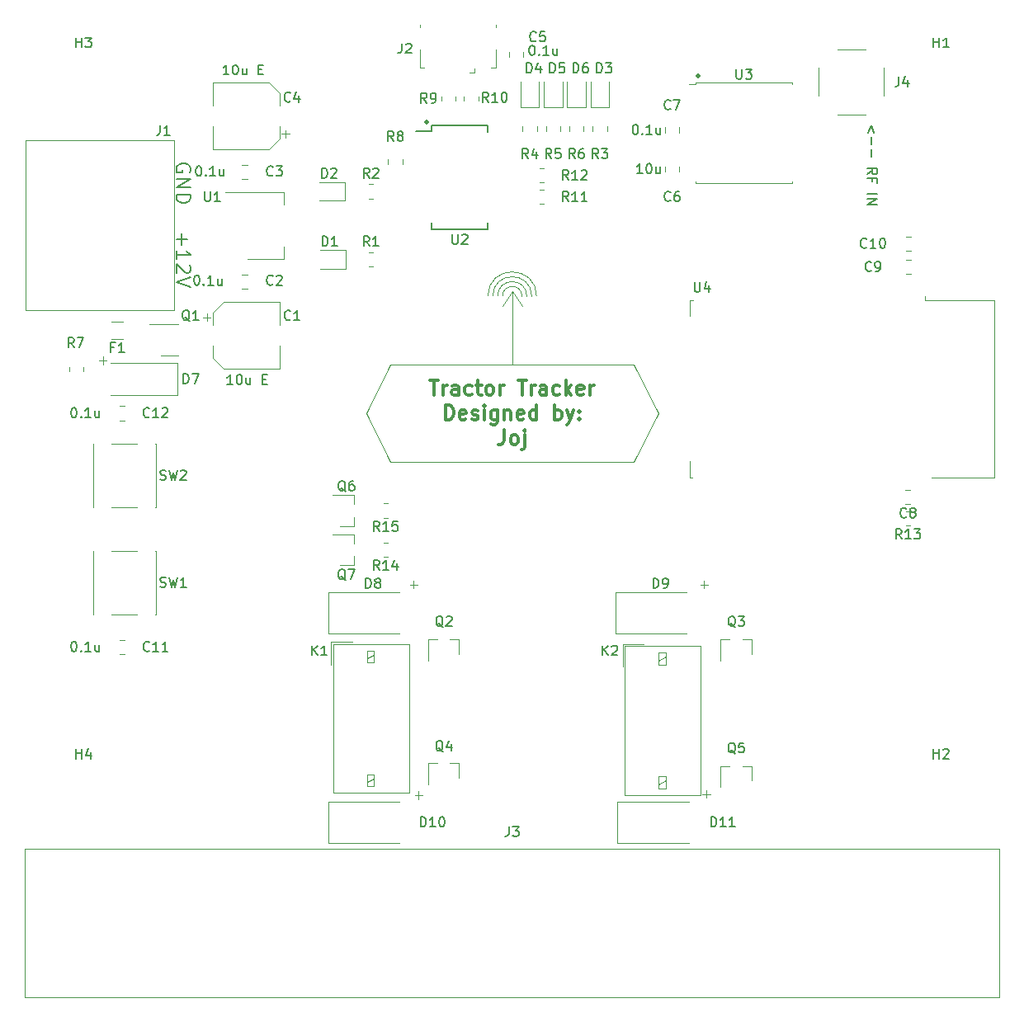
<source format=gbr>
%TF.GenerationSoftware,KiCad,Pcbnew,5.1.10*%
%TF.CreationDate,2021-12-02T21:41:10+00:00*%
%TF.ProjectId,ELE3044 - Tractor Tracker,454c4533-3034-4342-902d-205472616374,rev?*%
%TF.SameCoordinates,Original*%
%TF.FileFunction,Legend,Top*%
%TF.FilePolarity,Positive*%
%FSLAX46Y46*%
G04 Gerber Fmt 4.6, Leading zero omitted, Abs format (unit mm)*
G04 Created by KiCad (PCBNEW 5.1.10) date 2021-12-02 21:41:10*
%MOMM*%
%LPD*%
G01*
G04 APERTURE LIST*
%ADD10C,0.120000*%
%ADD11C,0.150000*%
%ADD12C,0.500000*%
%ADD13C,0.300000*%
G04 APERTURE END LIST*
D10*
X169500000Y-144100000D02*
X170300000Y-144100000D01*
X169900000Y-143700000D02*
X169900000Y-144500000D01*
X169300000Y-122600000D02*
X170100000Y-122600000D01*
X169700000Y-122200000D02*
X169700000Y-123000000D01*
X140000000Y-144200000D02*
X140800000Y-144200000D01*
X140400000Y-143800000D02*
X140400000Y-144600000D01*
X139500000Y-122600000D02*
X140300000Y-122600000D01*
X139900000Y-122200000D02*
X139900000Y-123000000D01*
D11*
X187114285Y-76190476D02*
X186828571Y-75428571D01*
X186542857Y-76190476D01*
X186828571Y-76666666D02*
X186828571Y-77428571D01*
X186828571Y-77904761D02*
X186828571Y-78666666D01*
X186447619Y-80476190D02*
X186923809Y-80142857D01*
X186447619Y-79904761D02*
X187447619Y-79904761D01*
X187447619Y-80285714D01*
X187400000Y-80380952D01*
X187352380Y-80428571D01*
X187257142Y-80476190D01*
X187114285Y-80476190D01*
X187019047Y-80428571D01*
X186971428Y-80380952D01*
X186923809Y-80285714D01*
X186923809Y-79904761D01*
X186971428Y-81238095D02*
X186971428Y-80904761D01*
X186447619Y-80904761D02*
X187447619Y-80904761D01*
X187447619Y-81380952D01*
X186447619Y-82523809D02*
X187447619Y-82523809D01*
X186447619Y-83000000D02*
X187447619Y-83000000D01*
X186447619Y-83571428D01*
X187447619Y-83571428D01*
D12*
X169100000Y-70400000D02*
G75*
G03*
X169100000Y-70400000I0J0D01*
G01*
X141200000Y-75100000D02*
G75*
G03*
X141200000Y-75100000I0J0D01*
G01*
D11*
X116950000Y-80257142D02*
X117021428Y-80114285D01*
X117021428Y-79900000D01*
X116950000Y-79685714D01*
X116807142Y-79542857D01*
X116664285Y-79471428D01*
X116378571Y-79400000D01*
X116164285Y-79400000D01*
X115878571Y-79471428D01*
X115735714Y-79542857D01*
X115592857Y-79685714D01*
X115521428Y-79900000D01*
X115521428Y-80042857D01*
X115592857Y-80257142D01*
X115664285Y-80328571D01*
X116164285Y-80328571D01*
X116164285Y-80042857D01*
X115521428Y-80971428D02*
X117021428Y-80971428D01*
X115521428Y-81828571D01*
X117021428Y-81828571D01*
X115521428Y-82542857D02*
X117021428Y-82542857D01*
X117021428Y-82900000D01*
X116950000Y-83114285D01*
X116807142Y-83257142D01*
X116664285Y-83328571D01*
X116378571Y-83400000D01*
X116164285Y-83400000D01*
X115878571Y-83328571D01*
X115735714Y-83257142D01*
X115592857Y-83114285D01*
X115521428Y-82900000D01*
X115521428Y-82542857D01*
X116092857Y-86557142D02*
X116092857Y-87700000D01*
X115521428Y-87128571D02*
X116664285Y-87128571D01*
X115521428Y-89200000D02*
X115521428Y-88342857D01*
X115521428Y-88771428D02*
X117021428Y-88771428D01*
X116807142Y-88628571D01*
X116664285Y-88485714D01*
X116592857Y-88342857D01*
X116878571Y-89771428D02*
X116950000Y-89842857D01*
X117021428Y-89985714D01*
X117021428Y-90342857D01*
X116950000Y-90485714D01*
X116878571Y-90557142D01*
X116735714Y-90628571D01*
X116592857Y-90628571D01*
X116378571Y-90557142D01*
X115521428Y-89700000D01*
X115521428Y-90628571D01*
X117021428Y-91057142D02*
X115521428Y-91557142D01*
X117021428Y-92057142D01*
D10*
X147500000Y-93000000D02*
G75*
G02*
X152500000Y-93000000I2500000J0D01*
G01*
X148000000Y-93000000D02*
G75*
G02*
X152000000Y-93000000I2000000J0D01*
G01*
X148500000Y-93000000D02*
G75*
G02*
X151500000Y-93000000I1500000J0D01*
G01*
X149000000Y-93000000D02*
G75*
G02*
X151000000Y-93000000I1000000J0D01*
G01*
X151000000Y-94000000D02*
X150000000Y-92500000D01*
X150000000Y-92500000D02*
X149000000Y-94000000D01*
X150000000Y-100000000D02*
X150000000Y-92500000D01*
X135000000Y-105000000D02*
X137500000Y-100000000D01*
X137500000Y-110000000D02*
X135000000Y-105000000D01*
X162500000Y-110000000D02*
X137500000Y-110000000D01*
X165000000Y-105000000D02*
X162500000Y-110000000D01*
X162500000Y-100000000D02*
X165000000Y-105000000D01*
X137500000Y-100000000D02*
X162500000Y-100000000D01*
X107600000Y-99600000D02*
X108400000Y-99600000D01*
X108000000Y-99200000D02*
X108000000Y-100000000D01*
D13*
X141571428Y-101628571D02*
X142428571Y-101628571D01*
X142000000Y-103128571D02*
X142000000Y-101628571D01*
X142928571Y-103128571D02*
X142928571Y-102128571D01*
X142928571Y-102414285D02*
X143000000Y-102271428D01*
X143071428Y-102200000D01*
X143214285Y-102128571D01*
X143357142Y-102128571D01*
X144500000Y-103128571D02*
X144500000Y-102342857D01*
X144428571Y-102200000D01*
X144285714Y-102128571D01*
X144000000Y-102128571D01*
X143857142Y-102200000D01*
X144500000Y-103057142D02*
X144357142Y-103128571D01*
X144000000Y-103128571D01*
X143857142Y-103057142D01*
X143785714Y-102914285D01*
X143785714Y-102771428D01*
X143857142Y-102628571D01*
X144000000Y-102557142D01*
X144357142Y-102557142D01*
X144500000Y-102485714D01*
X145857142Y-103057142D02*
X145714285Y-103128571D01*
X145428571Y-103128571D01*
X145285714Y-103057142D01*
X145214285Y-102985714D01*
X145142857Y-102842857D01*
X145142857Y-102414285D01*
X145214285Y-102271428D01*
X145285714Y-102200000D01*
X145428571Y-102128571D01*
X145714285Y-102128571D01*
X145857142Y-102200000D01*
X146285714Y-102128571D02*
X146857142Y-102128571D01*
X146500000Y-101628571D02*
X146500000Y-102914285D01*
X146571428Y-103057142D01*
X146714285Y-103128571D01*
X146857142Y-103128571D01*
X147571428Y-103128571D02*
X147428571Y-103057142D01*
X147357142Y-102985714D01*
X147285714Y-102842857D01*
X147285714Y-102414285D01*
X147357142Y-102271428D01*
X147428571Y-102200000D01*
X147571428Y-102128571D01*
X147785714Y-102128571D01*
X147928571Y-102200000D01*
X148000000Y-102271428D01*
X148071428Y-102414285D01*
X148071428Y-102842857D01*
X148000000Y-102985714D01*
X147928571Y-103057142D01*
X147785714Y-103128571D01*
X147571428Y-103128571D01*
X148714285Y-103128571D02*
X148714285Y-102128571D01*
X148714285Y-102414285D02*
X148785714Y-102271428D01*
X148857142Y-102200000D01*
X149000000Y-102128571D01*
X149142857Y-102128571D01*
X150571428Y-101628571D02*
X151428571Y-101628571D01*
X151000000Y-103128571D02*
X151000000Y-101628571D01*
X151928571Y-103128571D02*
X151928571Y-102128571D01*
X151928571Y-102414285D02*
X152000000Y-102271428D01*
X152071428Y-102200000D01*
X152214285Y-102128571D01*
X152357142Y-102128571D01*
X153500000Y-103128571D02*
X153500000Y-102342857D01*
X153428571Y-102200000D01*
X153285714Y-102128571D01*
X153000000Y-102128571D01*
X152857142Y-102200000D01*
X153500000Y-103057142D02*
X153357142Y-103128571D01*
X153000000Y-103128571D01*
X152857142Y-103057142D01*
X152785714Y-102914285D01*
X152785714Y-102771428D01*
X152857142Y-102628571D01*
X153000000Y-102557142D01*
X153357142Y-102557142D01*
X153500000Y-102485714D01*
X154857142Y-103057142D02*
X154714285Y-103128571D01*
X154428571Y-103128571D01*
X154285714Y-103057142D01*
X154214285Y-102985714D01*
X154142857Y-102842857D01*
X154142857Y-102414285D01*
X154214285Y-102271428D01*
X154285714Y-102200000D01*
X154428571Y-102128571D01*
X154714285Y-102128571D01*
X154857142Y-102200000D01*
X155500000Y-103128571D02*
X155500000Y-101628571D01*
X155642857Y-102557142D02*
X156071428Y-103128571D01*
X156071428Y-102128571D02*
X155500000Y-102700000D01*
X157285714Y-103057142D02*
X157142857Y-103128571D01*
X156857142Y-103128571D01*
X156714285Y-103057142D01*
X156642857Y-102914285D01*
X156642857Y-102342857D01*
X156714285Y-102200000D01*
X156857142Y-102128571D01*
X157142857Y-102128571D01*
X157285714Y-102200000D01*
X157357142Y-102342857D01*
X157357142Y-102485714D01*
X156642857Y-102628571D01*
X158000000Y-103128571D02*
X158000000Y-102128571D01*
X158000000Y-102414285D02*
X158071428Y-102271428D01*
X158142857Y-102200000D01*
X158285714Y-102128571D01*
X158428571Y-102128571D01*
X143142857Y-105678571D02*
X143142857Y-104178571D01*
X143500000Y-104178571D01*
X143714285Y-104250000D01*
X143857142Y-104392857D01*
X143928571Y-104535714D01*
X144000000Y-104821428D01*
X144000000Y-105035714D01*
X143928571Y-105321428D01*
X143857142Y-105464285D01*
X143714285Y-105607142D01*
X143500000Y-105678571D01*
X143142857Y-105678571D01*
X145214285Y-105607142D02*
X145071428Y-105678571D01*
X144785714Y-105678571D01*
X144642857Y-105607142D01*
X144571428Y-105464285D01*
X144571428Y-104892857D01*
X144642857Y-104750000D01*
X144785714Y-104678571D01*
X145071428Y-104678571D01*
X145214285Y-104750000D01*
X145285714Y-104892857D01*
X145285714Y-105035714D01*
X144571428Y-105178571D01*
X145857142Y-105607142D02*
X146000000Y-105678571D01*
X146285714Y-105678571D01*
X146428571Y-105607142D01*
X146500000Y-105464285D01*
X146500000Y-105392857D01*
X146428571Y-105250000D01*
X146285714Y-105178571D01*
X146071428Y-105178571D01*
X145928571Y-105107142D01*
X145857142Y-104964285D01*
X145857142Y-104892857D01*
X145928571Y-104750000D01*
X146071428Y-104678571D01*
X146285714Y-104678571D01*
X146428571Y-104750000D01*
X147142857Y-105678571D02*
X147142857Y-104678571D01*
X147142857Y-104178571D02*
X147071428Y-104250000D01*
X147142857Y-104321428D01*
X147214285Y-104250000D01*
X147142857Y-104178571D01*
X147142857Y-104321428D01*
X148500000Y-104678571D02*
X148500000Y-105892857D01*
X148428571Y-106035714D01*
X148357142Y-106107142D01*
X148214285Y-106178571D01*
X148000000Y-106178571D01*
X147857142Y-106107142D01*
X148500000Y-105607142D02*
X148357142Y-105678571D01*
X148071428Y-105678571D01*
X147928571Y-105607142D01*
X147857142Y-105535714D01*
X147785714Y-105392857D01*
X147785714Y-104964285D01*
X147857142Y-104821428D01*
X147928571Y-104750000D01*
X148071428Y-104678571D01*
X148357142Y-104678571D01*
X148500000Y-104750000D01*
X149214285Y-104678571D02*
X149214285Y-105678571D01*
X149214285Y-104821428D02*
X149285714Y-104750000D01*
X149428571Y-104678571D01*
X149642857Y-104678571D01*
X149785714Y-104750000D01*
X149857142Y-104892857D01*
X149857142Y-105678571D01*
X151142857Y-105607142D02*
X151000000Y-105678571D01*
X150714285Y-105678571D01*
X150571428Y-105607142D01*
X150500000Y-105464285D01*
X150500000Y-104892857D01*
X150571428Y-104750000D01*
X150714285Y-104678571D01*
X151000000Y-104678571D01*
X151142857Y-104750000D01*
X151214285Y-104892857D01*
X151214285Y-105035714D01*
X150500000Y-105178571D01*
X152500000Y-105678571D02*
X152500000Y-104178571D01*
X152500000Y-105607142D02*
X152357142Y-105678571D01*
X152071428Y-105678571D01*
X151928571Y-105607142D01*
X151857142Y-105535714D01*
X151785714Y-105392857D01*
X151785714Y-104964285D01*
X151857142Y-104821428D01*
X151928571Y-104750000D01*
X152071428Y-104678571D01*
X152357142Y-104678571D01*
X152500000Y-104750000D01*
X154357142Y-105678571D02*
X154357142Y-104178571D01*
X154357142Y-104750000D02*
X154500000Y-104678571D01*
X154785714Y-104678571D01*
X154928571Y-104750000D01*
X155000000Y-104821428D01*
X155071428Y-104964285D01*
X155071428Y-105392857D01*
X155000000Y-105535714D01*
X154928571Y-105607142D01*
X154785714Y-105678571D01*
X154500000Y-105678571D01*
X154357142Y-105607142D01*
X155571428Y-104678571D02*
X155928571Y-105678571D01*
X156285714Y-104678571D02*
X155928571Y-105678571D01*
X155785714Y-106035714D01*
X155714285Y-106107142D01*
X155571428Y-106178571D01*
X156857142Y-105535714D02*
X156928571Y-105607142D01*
X156857142Y-105678571D01*
X156785714Y-105607142D01*
X156857142Y-105535714D01*
X156857142Y-105678571D01*
X156857142Y-104750000D02*
X156928571Y-104821428D01*
X156857142Y-104892857D01*
X156785714Y-104821428D01*
X156857142Y-104750000D01*
X156857142Y-104892857D01*
X149178571Y-106728571D02*
X149178571Y-107800000D01*
X149107142Y-108014285D01*
X148964285Y-108157142D01*
X148750000Y-108228571D01*
X148607142Y-108228571D01*
X150107142Y-108228571D02*
X149964285Y-108157142D01*
X149892857Y-108085714D01*
X149821428Y-107942857D01*
X149821428Y-107514285D01*
X149892857Y-107371428D01*
X149964285Y-107300000D01*
X150107142Y-107228571D01*
X150321428Y-107228571D01*
X150464285Y-107300000D01*
X150535714Y-107371428D01*
X150607142Y-107514285D01*
X150607142Y-107942857D01*
X150535714Y-108085714D01*
X150464285Y-108157142D01*
X150321428Y-108228571D01*
X150107142Y-108228571D01*
X151250000Y-107228571D02*
X151250000Y-108514285D01*
X151178571Y-108657142D01*
X151035714Y-108728571D01*
X150964285Y-108728571D01*
X151250000Y-106728571D02*
X151178571Y-106800000D01*
X151250000Y-106871428D01*
X151321428Y-106800000D01*
X151250000Y-106728571D01*
X151250000Y-106871428D01*
D10*
%TO.C,J1*%
X100032000Y-94399000D02*
X100032000Y-77000000D01*
X115272000Y-77000000D02*
X115272000Y-94399000D01*
X115272000Y-94399000D02*
X100032000Y-94399000D01*
X115272000Y-77000000D02*
X100032000Y-77000000D01*
%TO.C,J3*%
X100003000Y-164938000D02*
X199952000Y-164938000D01*
X199952000Y-149698000D02*
X100003000Y-149698000D01*
X199952000Y-149698000D02*
X199952000Y-164938000D01*
X100003000Y-149698000D02*
X100003000Y-164938000D01*
%TO.C,U3*%
X168790000Y-71090000D02*
X178710000Y-71090000D01*
X168790000Y-81410000D02*
X178710000Y-81410000D01*
X178710000Y-81260000D02*
X178710000Y-81410000D01*
X168790000Y-81260000D02*
X168790000Y-81410000D01*
X178710000Y-71090000D02*
X178710000Y-71240000D01*
X168790000Y-71090000D02*
X168790000Y-71240000D01*
X168100000Y-71240000D02*
X168790000Y-71240000D01*
%TO.C,D2*%
X132872500Y-81290000D02*
X130187500Y-81290000D01*
X132872500Y-83210000D02*
X132872500Y-81290000D01*
X130187500Y-83210000D02*
X132872500Y-83210000D01*
%TO.C,D7*%
X115650000Y-103150000D02*
X108750000Y-103150000D01*
X115650000Y-99850000D02*
X108750000Y-99850000D01*
X115650000Y-103150000D02*
X115650000Y-99850000D01*
%TO.C,K1*%
X135130000Y-142900000D02*
X135830000Y-142500000D01*
X135830000Y-143300000D02*
X135830000Y-142100000D01*
X135830000Y-142100000D02*
X135130000Y-142100000D01*
X135130000Y-142100000D02*
X135130000Y-143300000D01*
X135130000Y-143300000D02*
X135830000Y-143300000D01*
X135130000Y-130200000D02*
X135830000Y-129800000D01*
X135830000Y-130600000D02*
X135830000Y-129400000D01*
X135830000Y-129400000D02*
X135130000Y-129400000D01*
X135130000Y-129400000D02*
X135130000Y-130600000D01*
X135130000Y-130600000D02*
X135830000Y-130600000D01*
X131430000Y-130830000D02*
X131430000Y-128490000D01*
X131430000Y-128490000D02*
X133620000Y-128490000D01*
X139430000Y-128710000D02*
X131650000Y-128710000D01*
X139430000Y-143990000D02*
X131650000Y-143990000D01*
X131650000Y-128730000D02*
X131650000Y-143990000D01*
X139430000Y-128710000D02*
X139430000Y-143990000D01*
%TO.C,D10*%
X131100000Y-144850000D02*
X138400000Y-144850000D01*
X131100000Y-149150000D02*
X138400000Y-149150000D01*
X131100000Y-144850000D02*
X131100000Y-149150000D01*
%TO.C,U4*%
X168200000Y-93380000D02*
X168200000Y-95040000D01*
X168560000Y-93380000D02*
X168200000Y-93380000D01*
X168200000Y-111620000D02*
X168200000Y-109960000D01*
X168460000Y-111620000D02*
X168200000Y-111620000D01*
X199450000Y-93375000D02*
X199450000Y-111630000D01*
X192370000Y-93390000D02*
X199450000Y-93375000D01*
X193030000Y-111630000D02*
X199450000Y-111630000D01*
X192370000Y-93390000D02*
X192370000Y-93000000D01*
D11*
%TO.C,U2*%
X141725000Y-76050000D02*
X140125000Y-76050000D01*
X141725000Y-86125000D02*
X147475000Y-86125000D01*
X141725000Y-75475000D02*
X147475000Y-75475000D01*
X141725000Y-86125000D02*
X141725000Y-85475000D01*
X147475000Y-86125000D02*
X147475000Y-85475000D01*
X147475000Y-75475000D02*
X147475000Y-76125000D01*
X141725000Y-75475000D02*
X141725000Y-76050000D01*
D10*
%TO.C,U1*%
X120550000Y-82340000D02*
X126560000Y-82340000D01*
X122800000Y-89160000D02*
X126560000Y-89160000D01*
X126560000Y-82340000D02*
X126560000Y-83600000D01*
X126560000Y-89160000D02*
X126560000Y-87900000D01*
%TO.C,SW2*%
X113430000Y-114630000D02*
X113400000Y-114630000D01*
X106970000Y-114630000D02*
X107000000Y-114630000D01*
X106970000Y-108170000D02*
X107000000Y-108170000D01*
X113400000Y-108170000D02*
X113430000Y-108170000D01*
X111500000Y-114630000D02*
X108900000Y-114630000D01*
X113430000Y-108170000D02*
X113430000Y-114630000D01*
X111500000Y-108170000D02*
X108900000Y-108170000D01*
X106970000Y-108170000D02*
X106970000Y-114630000D01*
%TO.C,SW1*%
X113430000Y-125630000D02*
X113400000Y-125630000D01*
X106970000Y-125630000D02*
X107000000Y-125630000D01*
X106970000Y-119170000D02*
X107000000Y-119170000D01*
X113400000Y-119170000D02*
X113430000Y-119170000D01*
X111500000Y-125630000D02*
X108900000Y-125630000D01*
X113430000Y-119170000D02*
X113430000Y-125630000D01*
X111500000Y-119170000D02*
X108900000Y-119170000D01*
X106970000Y-119170000D02*
X106970000Y-125630000D01*
%TO.C,R2*%
X135272936Y-82985000D02*
X135727064Y-82985000D01*
X135272936Y-81515000D02*
X135727064Y-81515000D01*
%TO.C,R1*%
X135272936Y-89985000D02*
X135727064Y-89985000D01*
X135272936Y-88515000D02*
X135727064Y-88515000D01*
%TO.C,R6*%
X157335000Y-76027064D02*
X157335000Y-75572936D01*
X155865000Y-76027064D02*
X155865000Y-75572936D01*
%TO.C,R5*%
X154935000Y-76027064D02*
X154935000Y-75572936D01*
X153465000Y-76027064D02*
X153465000Y-75572936D01*
%TO.C,Q5*%
X174530000Y-141240000D02*
X174530000Y-142700000D01*
X171370000Y-141240000D02*
X171370000Y-143400000D01*
X171370000Y-141240000D02*
X172300000Y-141240000D01*
X174530000Y-141240000D02*
X173600000Y-141240000D01*
%TO.C,Q3*%
X174530000Y-128240000D02*
X174530000Y-129700000D01*
X171370000Y-128240000D02*
X171370000Y-130400000D01*
X171370000Y-128240000D02*
X172300000Y-128240000D01*
X174530000Y-128240000D02*
X173600000Y-128240000D01*
%TO.C,Q4*%
X144530000Y-140940000D02*
X144530000Y-142400000D01*
X141370000Y-140940000D02*
X141370000Y-143100000D01*
X141370000Y-140940000D02*
X142300000Y-140940000D01*
X144530000Y-140940000D02*
X143600000Y-140940000D01*
%TO.C,Q2*%
X144530000Y-128240000D02*
X144530000Y-129700000D01*
X141370000Y-128240000D02*
X141370000Y-130400000D01*
X141370000Y-128240000D02*
X142300000Y-128240000D01*
X144530000Y-128240000D02*
X143600000Y-128240000D01*
%TO.C,Q7*%
X133760000Y-120630000D02*
X132300000Y-120630000D01*
X133760000Y-117470000D02*
X131600000Y-117470000D01*
X133760000Y-117470000D02*
X133760000Y-118400000D01*
X133760000Y-120630000D02*
X133760000Y-119700000D01*
%TO.C,Q6*%
X133760000Y-116580000D02*
X132300000Y-116580000D01*
X133760000Y-113420000D02*
X131600000Y-113420000D01*
X133760000Y-113420000D02*
X133760000Y-114350000D01*
X133760000Y-116580000D02*
X133760000Y-115650000D01*
%TO.C,Q1*%
X115750000Y-95840000D02*
X112800000Y-95840000D01*
X113950000Y-99060000D02*
X115750000Y-99060000D01*
%TO.C,K2*%
X165030000Y-143100000D02*
X165730000Y-142700000D01*
X165730000Y-143500000D02*
X165730000Y-142300000D01*
X165730000Y-142300000D02*
X165030000Y-142300000D01*
X165030000Y-142300000D02*
X165030000Y-143500000D01*
X165030000Y-143500000D02*
X165730000Y-143500000D01*
X165030000Y-130400000D02*
X165730000Y-130000000D01*
X165730000Y-130800000D02*
X165730000Y-129600000D01*
X165730000Y-129600000D02*
X165030000Y-129600000D01*
X165030000Y-129600000D02*
X165030000Y-130800000D01*
X165030000Y-130800000D02*
X165730000Y-130800000D01*
X161330000Y-131030000D02*
X161330000Y-128690000D01*
X161330000Y-128690000D02*
X163520000Y-128690000D01*
X169330000Y-128910000D02*
X161550000Y-128910000D01*
X169330000Y-144190000D02*
X161550000Y-144190000D01*
X161550000Y-128930000D02*
X161550000Y-144190000D01*
X169330000Y-128910000D02*
X169330000Y-144190000D01*
%TO.C,J4*%
X181445000Y-69550000D02*
X181445000Y-72450000D01*
X188155000Y-69550000D02*
X188155000Y-72450000D01*
X183350000Y-74355000D02*
X186250000Y-74355000D01*
X183350000Y-67645000D02*
X186250000Y-67645000D01*
%TO.C,J2*%
X148300000Y-69500000D02*
X147850000Y-69500000D01*
X148300000Y-67650000D02*
X148300000Y-69500000D01*
X140500000Y-65100000D02*
X140500000Y-65350000D01*
X148300000Y-65100000D02*
X148300000Y-65350000D01*
X140500000Y-67650000D02*
X140500000Y-69500000D01*
X140500000Y-69500000D02*
X140950000Y-69500000D01*
X146100000Y-70050000D02*
X145650000Y-70050000D01*
X146100000Y-70050000D02*
X146100000Y-69600000D01*
%TO.C,F1*%
X110089564Y-95590000D02*
X108885436Y-95590000D01*
X110089564Y-97410000D02*
X108885436Y-97410000D01*
%TO.C,D1*%
X132935000Y-88290000D02*
X130250000Y-88290000D01*
X132935000Y-90210000D02*
X132935000Y-88290000D01*
X130250000Y-90210000D02*
X132935000Y-90210000D01*
%TO.C,D6*%
X157560000Y-73622500D02*
X157560000Y-70937500D01*
X155640000Y-73622500D02*
X157560000Y-73622500D01*
X155640000Y-70937500D02*
X155640000Y-73622500D01*
%TO.C,D5*%
X155160000Y-73622500D02*
X155160000Y-70937500D01*
X153240000Y-73622500D02*
X155160000Y-73622500D01*
X153240000Y-70937500D02*
X153240000Y-73622500D01*
%TO.C,D4*%
X152760000Y-73622500D02*
X152760000Y-70937500D01*
X150840000Y-73622500D02*
X152760000Y-73622500D01*
X150840000Y-70937500D02*
X150840000Y-73622500D01*
%TO.C,D3*%
X159960000Y-73622500D02*
X159960000Y-70937500D01*
X158040000Y-73622500D02*
X159960000Y-73622500D01*
X158040000Y-70937500D02*
X158040000Y-73622500D01*
%TO.C,D9*%
X160600000Y-123350000D02*
X167900000Y-123350000D01*
X160600000Y-127650000D02*
X167900000Y-127650000D01*
X160600000Y-123350000D02*
X160600000Y-127650000D01*
%TO.C,D11*%
X160800000Y-144850000D02*
X168100000Y-144850000D01*
X160800000Y-149150000D02*
X168100000Y-149150000D01*
X160800000Y-144850000D02*
X160800000Y-149150000D01*
%TO.C,D8*%
X131100000Y-123350000D02*
X138400000Y-123350000D01*
X131100000Y-127650000D02*
X138400000Y-127650000D01*
X131100000Y-123350000D02*
X131100000Y-127650000D01*
%TO.C,C4*%
X126743750Y-76741250D02*
X126743750Y-75953750D01*
X127137500Y-76347500D02*
X126350000Y-76347500D01*
X126110000Y-72154437D02*
X125045563Y-71090000D01*
X126110000Y-76845563D02*
X125045563Y-77910000D01*
X126110000Y-76845563D02*
X126110000Y-75560000D01*
X126110000Y-72154437D02*
X126110000Y-73440000D01*
X125045563Y-71090000D02*
X119290000Y-71090000D01*
X125045563Y-77910000D02*
X119290000Y-77910000D01*
X119290000Y-77910000D02*
X119290000Y-75560000D01*
X119290000Y-71090000D02*
X119290000Y-73440000D01*
%TO.C,C1*%
X118656250Y-94758750D02*
X118656250Y-95546250D01*
X118262500Y-95152500D02*
X119050000Y-95152500D01*
X119290000Y-99345563D02*
X120354437Y-100410000D01*
X119290000Y-94654437D02*
X120354437Y-93590000D01*
X119290000Y-94654437D02*
X119290000Y-95940000D01*
X119290000Y-99345563D02*
X119290000Y-98060000D01*
X120354437Y-100410000D02*
X126110000Y-100410000D01*
X120354437Y-93590000D02*
X126110000Y-93590000D01*
X126110000Y-93590000D02*
X126110000Y-95940000D01*
X126110000Y-100410000D02*
X126110000Y-98060000D01*
%TO.C,C7*%
X167135000Y-76198752D02*
X167135000Y-75676248D01*
X165665000Y-76198752D02*
X165665000Y-75676248D01*
%TO.C,C6*%
X165665000Y-79676248D02*
X165665000Y-80198752D01*
X167135000Y-79676248D02*
X167135000Y-80198752D01*
%TO.C,C10*%
X190376248Y-88335000D02*
X190898752Y-88335000D01*
X190376248Y-86865000D02*
X190898752Y-86865000D01*
%TO.C,C3*%
X122798752Y-79515000D02*
X122276248Y-79515000D01*
X122798752Y-80985000D02*
X122276248Y-80985000D01*
%TO.C,C2*%
X122276248Y-92235000D02*
X122798752Y-92235000D01*
X122276248Y-90765000D02*
X122798752Y-90765000D01*
%TO.C,R11*%
X153227064Y-79865000D02*
X152772936Y-79865000D01*
X153227064Y-81335000D02*
X152772936Y-81335000D01*
%TO.C,R4*%
X152535000Y-76027064D02*
X152535000Y-75572936D01*
X151065000Y-76027064D02*
X151065000Y-75572936D01*
%TO.C,R3*%
X159735000Y-76027064D02*
X159735000Y-75572936D01*
X158265000Y-76027064D02*
X158265000Y-75572936D01*
%TO.C,R13*%
X190827064Y-115065000D02*
X190372936Y-115065000D01*
X190827064Y-116535000D02*
X190372936Y-116535000D01*
%TO.C,R12*%
X152772936Y-83535000D02*
X153227064Y-83535000D01*
X152772936Y-82065000D02*
X153227064Y-82065000D01*
%TO.C,R10*%
X145065000Y-72472936D02*
X145065000Y-72927064D01*
X146535000Y-72472936D02*
X146535000Y-72927064D01*
%TO.C,R9*%
X144185000Y-72927064D02*
X144185000Y-72472936D01*
X142715000Y-72927064D02*
X142715000Y-72472936D01*
%TO.C,R8*%
X138735000Y-79427064D02*
X138735000Y-78972936D01*
X137265000Y-79427064D02*
X137265000Y-78972936D01*
%TO.C,R15*%
X137227064Y-114265000D02*
X136772936Y-114265000D01*
X137227064Y-115735000D02*
X136772936Y-115735000D01*
%TO.C,R14*%
X137227064Y-118265000D02*
X136772936Y-118265000D01*
X137227064Y-119735000D02*
X136772936Y-119735000D01*
%TO.C,R7*%
X105985000Y-100727064D02*
X105985000Y-100272936D01*
X104515000Y-100727064D02*
X104515000Y-100272936D01*
%TO.C,C9*%
X190376248Y-90735000D02*
X190898752Y-90735000D01*
X190376248Y-89265000D02*
X190898752Y-89265000D01*
%TO.C,C8*%
X190861252Y-112865000D02*
X190338748Y-112865000D01*
X190861252Y-114335000D02*
X190338748Y-114335000D01*
%TO.C,C12*%
X110261252Y-104265000D02*
X109738748Y-104265000D01*
X110261252Y-105735000D02*
X109738748Y-105735000D01*
%TO.C,C11*%
X110223752Y-128265000D02*
X109701248Y-128265000D01*
X110223752Y-129735000D02*
X109701248Y-129735000D01*
%TO.C,C5*%
X151135000Y-68473752D02*
X151135000Y-67951248D01*
X149665000Y-68473752D02*
X149665000Y-67951248D01*
%TO.C,J1*%
D11*
X113866666Y-75452380D02*
X113866666Y-76166666D01*
X113819047Y-76309523D01*
X113723809Y-76404761D01*
X113580952Y-76452380D01*
X113485714Y-76452380D01*
X114866666Y-76452380D02*
X114295238Y-76452380D01*
X114580952Y-76452380D02*
X114580952Y-75452380D01*
X114485714Y-75595238D01*
X114390476Y-75690476D01*
X114295238Y-75738095D01*
%TO.C,J3*%
X149666666Y-147452380D02*
X149666666Y-148166666D01*
X149619047Y-148309523D01*
X149523809Y-148404761D01*
X149380952Y-148452380D01*
X149285714Y-148452380D01*
X150047619Y-147452380D02*
X150666666Y-147452380D01*
X150333333Y-147833333D01*
X150476190Y-147833333D01*
X150571428Y-147880952D01*
X150619047Y-147928571D01*
X150666666Y-148023809D01*
X150666666Y-148261904D01*
X150619047Y-148357142D01*
X150571428Y-148404761D01*
X150476190Y-148452380D01*
X150190476Y-148452380D01*
X150095238Y-148404761D01*
X150047619Y-148357142D01*
%TO.C,U3*%
X172988095Y-69702380D02*
X172988095Y-70511904D01*
X173035714Y-70607142D01*
X173083333Y-70654761D01*
X173178571Y-70702380D01*
X173369047Y-70702380D01*
X173464285Y-70654761D01*
X173511904Y-70607142D01*
X173559523Y-70511904D01*
X173559523Y-69702380D01*
X173940476Y-69702380D02*
X174559523Y-69702380D01*
X174226190Y-70083333D01*
X174369047Y-70083333D01*
X174464285Y-70130952D01*
X174511904Y-70178571D01*
X174559523Y-70273809D01*
X174559523Y-70511904D01*
X174511904Y-70607142D01*
X174464285Y-70654761D01*
X174369047Y-70702380D01*
X174083333Y-70702380D01*
X173988095Y-70654761D01*
X173940476Y-70607142D01*
%TO.C,D2*%
X130461904Y-80852380D02*
X130461904Y-79852380D01*
X130700000Y-79852380D01*
X130842857Y-79900000D01*
X130938095Y-79995238D01*
X130985714Y-80090476D01*
X131033333Y-80280952D01*
X131033333Y-80423809D01*
X130985714Y-80614285D01*
X130938095Y-80709523D01*
X130842857Y-80804761D01*
X130700000Y-80852380D01*
X130461904Y-80852380D01*
X131414285Y-79947619D02*
X131461904Y-79900000D01*
X131557142Y-79852380D01*
X131795238Y-79852380D01*
X131890476Y-79900000D01*
X131938095Y-79947619D01*
X131985714Y-80042857D01*
X131985714Y-80138095D01*
X131938095Y-80280952D01*
X131366666Y-80852380D01*
X131985714Y-80852380D01*
%TO.C,D7*%
X116261904Y-101952380D02*
X116261904Y-100952380D01*
X116500000Y-100952380D01*
X116642857Y-101000000D01*
X116738095Y-101095238D01*
X116785714Y-101190476D01*
X116833333Y-101380952D01*
X116833333Y-101523809D01*
X116785714Y-101714285D01*
X116738095Y-101809523D01*
X116642857Y-101904761D01*
X116500000Y-101952380D01*
X116261904Y-101952380D01*
X117166666Y-100952380D02*
X117833333Y-100952380D01*
X117404761Y-101952380D01*
%TO.C,K1*%
X129461904Y-129852380D02*
X129461904Y-128852380D01*
X130033333Y-129852380D02*
X129604761Y-129280952D01*
X130033333Y-128852380D02*
X129461904Y-129423809D01*
X130985714Y-129852380D02*
X130414285Y-129852380D01*
X130700000Y-129852380D02*
X130700000Y-128852380D01*
X130604761Y-128995238D01*
X130509523Y-129090476D01*
X130414285Y-129138095D01*
%TO.C,D10*%
X140585714Y-147452380D02*
X140585714Y-146452380D01*
X140823809Y-146452380D01*
X140966666Y-146500000D01*
X141061904Y-146595238D01*
X141109523Y-146690476D01*
X141157142Y-146880952D01*
X141157142Y-147023809D01*
X141109523Y-147214285D01*
X141061904Y-147309523D01*
X140966666Y-147404761D01*
X140823809Y-147452380D01*
X140585714Y-147452380D01*
X142109523Y-147452380D02*
X141538095Y-147452380D01*
X141823809Y-147452380D02*
X141823809Y-146452380D01*
X141728571Y-146595238D01*
X141633333Y-146690476D01*
X141538095Y-146738095D01*
X142728571Y-146452380D02*
X142823809Y-146452380D01*
X142919047Y-146500000D01*
X142966666Y-146547619D01*
X143014285Y-146642857D01*
X143061904Y-146833333D01*
X143061904Y-147071428D01*
X143014285Y-147261904D01*
X142966666Y-147357142D01*
X142919047Y-147404761D01*
X142823809Y-147452380D01*
X142728571Y-147452380D01*
X142633333Y-147404761D01*
X142585714Y-147357142D01*
X142538095Y-147261904D01*
X142490476Y-147071428D01*
X142490476Y-146833333D01*
X142538095Y-146642857D01*
X142585714Y-146547619D01*
X142633333Y-146500000D01*
X142728571Y-146452380D01*
%TO.C,H4*%
X105238095Y-140452380D02*
X105238095Y-139452380D01*
X105238095Y-139928571D02*
X105809523Y-139928571D01*
X105809523Y-140452380D02*
X105809523Y-139452380D01*
X106714285Y-139785714D02*
X106714285Y-140452380D01*
X106476190Y-139404761D02*
X106238095Y-140119047D01*
X106857142Y-140119047D01*
%TO.C,H3*%
X105238095Y-67452380D02*
X105238095Y-66452380D01*
X105238095Y-66928571D02*
X105809523Y-66928571D01*
X105809523Y-67452380D02*
X105809523Y-66452380D01*
X106190476Y-66452380D02*
X106809523Y-66452380D01*
X106476190Y-66833333D01*
X106619047Y-66833333D01*
X106714285Y-66880952D01*
X106761904Y-66928571D01*
X106809523Y-67023809D01*
X106809523Y-67261904D01*
X106761904Y-67357142D01*
X106714285Y-67404761D01*
X106619047Y-67452380D01*
X106333333Y-67452380D01*
X106238095Y-67404761D01*
X106190476Y-67357142D01*
%TO.C,H2*%
X193238095Y-140452380D02*
X193238095Y-139452380D01*
X193238095Y-139928571D02*
X193809523Y-139928571D01*
X193809523Y-140452380D02*
X193809523Y-139452380D01*
X194238095Y-139547619D02*
X194285714Y-139500000D01*
X194380952Y-139452380D01*
X194619047Y-139452380D01*
X194714285Y-139500000D01*
X194761904Y-139547619D01*
X194809523Y-139642857D01*
X194809523Y-139738095D01*
X194761904Y-139880952D01*
X194190476Y-140452380D01*
X194809523Y-140452380D01*
%TO.C,H1*%
X193238095Y-67452380D02*
X193238095Y-66452380D01*
X193238095Y-66928571D02*
X193809523Y-66928571D01*
X193809523Y-67452380D02*
X193809523Y-66452380D01*
X194809523Y-67452380D02*
X194238095Y-67452380D01*
X194523809Y-67452380D02*
X194523809Y-66452380D01*
X194428571Y-66595238D01*
X194333333Y-66690476D01*
X194238095Y-66738095D01*
%TO.C,U4*%
X168708095Y-91542380D02*
X168708095Y-92351904D01*
X168755714Y-92447142D01*
X168803333Y-92494761D01*
X168898571Y-92542380D01*
X169089047Y-92542380D01*
X169184285Y-92494761D01*
X169231904Y-92447142D01*
X169279523Y-92351904D01*
X169279523Y-91542380D01*
X170184285Y-91875714D02*
X170184285Y-92542380D01*
X169946190Y-91494761D02*
X169708095Y-92209047D01*
X170327142Y-92209047D01*
%TO.C,U2*%
X143838095Y-86652380D02*
X143838095Y-87461904D01*
X143885714Y-87557142D01*
X143933333Y-87604761D01*
X144028571Y-87652380D01*
X144219047Y-87652380D01*
X144314285Y-87604761D01*
X144361904Y-87557142D01*
X144409523Y-87461904D01*
X144409523Y-86652380D01*
X144838095Y-86747619D02*
X144885714Y-86700000D01*
X144980952Y-86652380D01*
X145219047Y-86652380D01*
X145314285Y-86700000D01*
X145361904Y-86747619D01*
X145409523Y-86842857D01*
X145409523Y-86938095D01*
X145361904Y-87080952D01*
X144790476Y-87652380D01*
X145409523Y-87652380D01*
%TO.C,U1*%
X118438095Y-82252380D02*
X118438095Y-83061904D01*
X118485714Y-83157142D01*
X118533333Y-83204761D01*
X118628571Y-83252380D01*
X118819047Y-83252380D01*
X118914285Y-83204761D01*
X118961904Y-83157142D01*
X119009523Y-83061904D01*
X119009523Y-82252380D01*
X120009523Y-83252380D02*
X119438095Y-83252380D01*
X119723809Y-83252380D02*
X119723809Y-82252380D01*
X119628571Y-82395238D01*
X119533333Y-82490476D01*
X119438095Y-82538095D01*
%TO.C,SW2*%
X113866666Y-111804761D02*
X114009523Y-111852380D01*
X114247619Y-111852380D01*
X114342857Y-111804761D01*
X114390476Y-111757142D01*
X114438095Y-111661904D01*
X114438095Y-111566666D01*
X114390476Y-111471428D01*
X114342857Y-111423809D01*
X114247619Y-111376190D01*
X114057142Y-111328571D01*
X113961904Y-111280952D01*
X113914285Y-111233333D01*
X113866666Y-111138095D01*
X113866666Y-111042857D01*
X113914285Y-110947619D01*
X113961904Y-110900000D01*
X114057142Y-110852380D01*
X114295238Y-110852380D01*
X114438095Y-110900000D01*
X114771428Y-110852380D02*
X115009523Y-111852380D01*
X115200000Y-111138095D01*
X115390476Y-111852380D01*
X115628571Y-110852380D01*
X115961904Y-110947619D02*
X116009523Y-110900000D01*
X116104761Y-110852380D01*
X116342857Y-110852380D01*
X116438095Y-110900000D01*
X116485714Y-110947619D01*
X116533333Y-111042857D01*
X116533333Y-111138095D01*
X116485714Y-111280952D01*
X115914285Y-111852380D01*
X116533333Y-111852380D01*
%TO.C,SW1*%
X113866666Y-122804761D02*
X114009523Y-122852380D01*
X114247619Y-122852380D01*
X114342857Y-122804761D01*
X114390476Y-122757142D01*
X114438095Y-122661904D01*
X114438095Y-122566666D01*
X114390476Y-122471428D01*
X114342857Y-122423809D01*
X114247619Y-122376190D01*
X114057142Y-122328571D01*
X113961904Y-122280952D01*
X113914285Y-122233333D01*
X113866666Y-122138095D01*
X113866666Y-122042857D01*
X113914285Y-121947619D01*
X113961904Y-121900000D01*
X114057142Y-121852380D01*
X114295238Y-121852380D01*
X114438095Y-121900000D01*
X114771428Y-121852380D02*
X115009523Y-122852380D01*
X115200000Y-122138095D01*
X115390476Y-122852380D01*
X115628571Y-121852380D01*
X116533333Y-122852380D02*
X115961904Y-122852380D01*
X116247619Y-122852380D02*
X116247619Y-121852380D01*
X116152380Y-121995238D01*
X116057142Y-122090476D01*
X115961904Y-122138095D01*
%TO.C,R2*%
X135333333Y-80852380D02*
X135000000Y-80376190D01*
X134761904Y-80852380D02*
X134761904Y-79852380D01*
X135142857Y-79852380D01*
X135238095Y-79900000D01*
X135285714Y-79947619D01*
X135333333Y-80042857D01*
X135333333Y-80185714D01*
X135285714Y-80280952D01*
X135238095Y-80328571D01*
X135142857Y-80376190D01*
X134761904Y-80376190D01*
X135714285Y-79947619D02*
X135761904Y-79900000D01*
X135857142Y-79852380D01*
X136095238Y-79852380D01*
X136190476Y-79900000D01*
X136238095Y-79947619D01*
X136285714Y-80042857D01*
X136285714Y-80138095D01*
X136238095Y-80280952D01*
X135666666Y-80852380D01*
X136285714Y-80852380D01*
%TO.C,R1*%
X135333333Y-87852380D02*
X135000000Y-87376190D01*
X134761904Y-87852380D02*
X134761904Y-86852380D01*
X135142857Y-86852380D01*
X135238095Y-86900000D01*
X135285714Y-86947619D01*
X135333333Y-87042857D01*
X135333333Y-87185714D01*
X135285714Y-87280952D01*
X135238095Y-87328571D01*
X135142857Y-87376190D01*
X134761904Y-87376190D01*
X136285714Y-87852380D02*
X135714285Y-87852380D01*
X136000000Y-87852380D02*
X136000000Y-86852380D01*
X135904761Y-86995238D01*
X135809523Y-87090476D01*
X135714285Y-87138095D01*
%TO.C,R6*%
X156433333Y-78852380D02*
X156100000Y-78376190D01*
X155861904Y-78852380D02*
X155861904Y-77852380D01*
X156242857Y-77852380D01*
X156338095Y-77900000D01*
X156385714Y-77947619D01*
X156433333Y-78042857D01*
X156433333Y-78185714D01*
X156385714Y-78280952D01*
X156338095Y-78328571D01*
X156242857Y-78376190D01*
X155861904Y-78376190D01*
X157290476Y-77852380D02*
X157100000Y-77852380D01*
X157004761Y-77900000D01*
X156957142Y-77947619D01*
X156861904Y-78090476D01*
X156814285Y-78280952D01*
X156814285Y-78661904D01*
X156861904Y-78757142D01*
X156909523Y-78804761D01*
X157004761Y-78852380D01*
X157195238Y-78852380D01*
X157290476Y-78804761D01*
X157338095Y-78757142D01*
X157385714Y-78661904D01*
X157385714Y-78423809D01*
X157338095Y-78328571D01*
X157290476Y-78280952D01*
X157195238Y-78233333D01*
X157004761Y-78233333D01*
X156909523Y-78280952D01*
X156861904Y-78328571D01*
X156814285Y-78423809D01*
%TO.C,R5*%
X154033333Y-78852380D02*
X153700000Y-78376190D01*
X153461904Y-78852380D02*
X153461904Y-77852380D01*
X153842857Y-77852380D01*
X153938095Y-77900000D01*
X153985714Y-77947619D01*
X154033333Y-78042857D01*
X154033333Y-78185714D01*
X153985714Y-78280952D01*
X153938095Y-78328571D01*
X153842857Y-78376190D01*
X153461904Y-78376190D01*
X154938095Y-77852380D02*
X154461904Y-77852380D01*
X154414285Y-78328571D01*
X154461904Y-78280952D01*
X154557142Y-78233333D01*
X154795238Y-78233333D01*
X154890476Y-78280952D01*
X154938095Y-78328571D01*
X154985714Y-78423809D01*
X154985714Y-78661904D01*
X154938095Y-78757142D01*
X154890476Y-78804761D01*
X154795238Y-78852380D01*
X154557142Y-78852380D01*
X154461904Y-78804761D01*
X154414285Y-78757142D01*
%TO.C,Q5*%
X172904761Y-139947619D02*
X172809523Y-139900000D01*
X172714285Y-139804761D01*
X172571428Y-139661904D01*
X172476190Y-139614285D01*
X172380952Y-139614285D01*
X172428571Y-139852380D02*
X172333333Y-139804761D01*
X172238095Y-139709523D01*
X172190476Y-139519047D01*
X172190476Y-139185714D01*
X172238095Y-138995238D01*
X172333333Y-138900000D01*
X172428571Y-138852380D01*
X172619047Y-138852380D01*
X172714285Y-138900000D01*
X172809523Y-138995238D01*
X172857142Y-139185714D01*
X172857142Y-139519047D01*
X172809523Y-139709523D01*
X172714285Y-139804761D01*
X172619047Y-139852380D01*
X172428571Y-139852380D01*
X173761904Y-138852380D02*
X173285714Y-138852380D01*
X173238095Y-139328571D01*
X173285714Y-139280952D01*
X173380952Y-139233333D01*
X173619047Y-139233333D01*
X173714285Y-139280952D01*
X173761904Y-139328571D01*
X173809523Y-139423809D01*
X173809523Y-139661904D01*
X173761904Y-139757142D01*
X173714285Y-139804761D01*
X173619047Y-139852380D01*
X173380952Y-139852380D01*
X173285714Y-139804761D01*
X173238095Y-139757142D01*
%TO.C,Q3*%
X172904761Y-126947619D02*
X172809523Y-126900000D01*
X172714285Y-126804761D01*
X172571428Y-126661904D01*
X172476190Y-126614285D01*
X172380952Y-126614285D01*
X172428571Y-126852380D02*
X172333333Y-126804761D01*
X172238095Y-126709523D01*
X172190476Y-126519047D01*
X172190476Y-126185714D01*
X172238095Y-125995238D01*
X172333333Y-125900000D01*
X172428571Y-125852380D01*
X172619047Y-125852380D01*
X172714285Y-125900000D01*
X172809523Y-125995238D01*
X172857142Y-126185714D01*
X172857142Y-126519047D01*
X172809523Y-126709523D01*
X172714285Y-126804761D01*
X172619047Y-126852380D01*
X172428571Y-126852380D01*
X173190476Y-125852380D02*
X173809523Y-125852380D01*
X173476190Y-126233333D01*
X173619047Y-126233333D01*
X173714285Y-126280952D01*
X173761904Y-126328571D01*
X173809523Y-126423809D01*
X173809523Y-126661904D01*
X173761904Y-126757142D01*
X173714285Y-126804761D01*
X173619047Y-126852380D01*
X173333333Y-126852380D01*
X173238095Y-126804761D01*
X173190476Y-126757142D01*
%TO.C,Q4*%
X142904761Y-139747619D02*
X142809523Y-139700000D01*
X142714285Y-139604761D01*
X142571428Y-139461904D01*
X142476190Y-139414285D01*
X142380952Y-139414285D01*
X142428571Y-139652380D02*
X142333333Y-139604761D01*
X142238095Y-139509523D01*
X142190476Y-139319047D01*
X142190476Y-138985714D01*
X142238095Y-138795238D01*
X142333333Y-138700000D01*
X142428571Y-138652380D01*
X142619047Y-138652380D01*
X142714285Y-138700000D01*
X142809523Y-138795238D01*
X142857142Y-138985714D01*
X142857142Y-139319047D01*
X142809523Y-139509523D01*
X142714285Y-139604761D01*
X142619047Y-139652380D01*
X142428571Y-139652380D01*
X143714285Y-138985714D02*
X143714285Y-139652380D01*
X143476190Y-138604761D02*
X143238095Y-139319047D01*
X143857142Y-139319047D01*
%TO.C,Q2*%
X142904761Y-126947619D02*
X142809523Y-126900000D01*
X142714285Y-126804761D01*
X142571428Y-126661904D01*
X142476190Y-126614285D01*
X142380952Y-126614285D01*
X142428571Y-126852380D02*
X142333333Y-126804761D01*
X142238095Y-126709523D01*
X142190476Y-126519047D01*
X142190476Y-126185714D01*
X142238095Y-125995238D01*
X142333333Y-125900000D01*
X142428571Y-125852380D01*
X142619047Y-125852380D01*
X142714285Y-125900000D01*
X142809523Y-125995238D01*
X142857142Y-126185714D01*
X142857142Y-126519047D01*
X142809523Y-126709523D01*
X142714285Y-126804761D01*
X142619047Y-126852380D01*
X142428571Y-126852380D01*
X143238095Y-125947619D02*
X143285714Y-125900000D01*
X143380952Y-125852380D01*
X143619047Y-125852380D01*
X143714285Y-125900000D01*
X143761904Y-125947619D01*
X143809523Y-126042857D01*
X143809523Y-126138095D01*
X143761904Y-126280952D01*
X143190476Y-126852380D01*
X143809523Y-126852380D01*
%TO.C,Q7*%
X132904761Y-122147619D02*
X132809523Y-122100000D01*
X132714285Y-122004761D01*
X132571428Y-121861904D01*
X132476190Y-121814285D01*
X132380952Y-121814285D01*
X132428571Y-122052380D02*
X132333333Y-122004761D01*
X132238095Y-121909523D01*
X132190476Y-121719047D01*
X132190476Y-121385714D01*
X132238095Y-121195238D01*
X132333333Y-121100000D01*
X132428571Y-121052380D01*
X132619047Y-121052380D01*
X132714285Y-121100000D01*
X132809523Y-121195238D01*
X132857142Y-121385714D01*
X132857142Y-121719047D01*
X132809523Y-121909523D01*
X132714285Y-122004761D01*
X132619047Y-122052380D01*
X132428571Y-122052380D01*
X133190476Y-121052380D02*
X133857142Y-121052380D01*
X133428571Y-122052380D01*
%TO.C,Q6*%
X132904761Y-113047619D02*
X132809523Y-113000000D01*
X132714285Y-112904761D01*
X132571428Y-112761904D01*
X132476190Y-112714285D01*
X132380952Y-112714285D01*
X132428571Y-112952380D02*
X132333333Y-112904761D01*
X132238095Y-112809523D01*
X132190476Y-112619047D01*
X132190476Y-112285714D01*
X132238095Y-112095238D01*
X132333333Y-112000000D01*
X132428571Y-111952380D01*
X132619047Y-111952380D01*
X132714285Y-112000000D01*
X132809523Y-112095238D01*
X132857142Y-112285714D01*
X132857142Y-112619047D01*
X132809523Y-112809523D01*
X132714285Y-112904761D01*
X132619047Y-112952380D01*
X132428571Y-112952380D01*
X133714285Y-111952380D02*
X133523809Y-111952380D01*
X133428571Y-112000000D01*
X133380952Y-112047619D01*
X133285714Y-112190476D01*
X133238095Y-112380952D01*
X133238095Y-112761904D01*
X133285714Y-112857142D01*
X133333333Y-112904761D01*
X133428571Y-112952380D01*
X133619047Y-112952380D01*
X133714285Y-112904761D01*
X133761904Y-112857142D01*
X133809523Y-112761904D01*
X133809523Y-112523809D01*
X133761904Y-112428571D01*
X133714285Y-112380952D01*
X133619047Y-112333333D01*
X133428571Y-112333333D01*
X133333333Y-112380952D01*
X133285714Y-112428571D01*
X133238095Y-112523809D01*
%TO.C,Q1*%
X116904761Y-95547619D02*
X116809523Y-95500000D01*
X116714285Y-95404761D01*
X116571428Y-95261904D01*
X116476190Y-95214285D01*
X116380952Y-95214285D01*
X116428571Y-95452380D02*
X116333333Y-95404761D01*
X116238095Y-95309523D01*
X116190476Y-95119047D01*
X116190476Y-94785714D01*
X116238095Y-94595238D01*
X116333333Y-94500000D01*
X116428571Y-94452380D01*
X116619047Y-94452380D01*
X116714285Y-94500000D01*
X116809523Y-94595238D01*
X116857142Y-94785714D01*
X116857142Y-95119047D01*
X116809523Y-95309523D01*
X116714285Y-95404761D01*
X116619047Y-95452380D01*
X116428571Y-95452380D01*
X117809523Y-95452380D02*
X117238095Y-95452380D01*
X117523809Y-95452380D02*
X117523809Y-94452380D01*
X117428571Y-94595238D01*
X117333333Y-94690476D01*
X117238095Y-94738095D01*
%TO.C,K2*%
X159261904Y-129852380D02*
X159261904Y-128852380D01*
X159833333Y-129852380D02*
X159404761Y-129280952D01*
X159833333Y-128852380D02*
X159261904Y-129423809D01*
X160214285Y-128947619D02*
X160261904Y-128900000D01*
X160357142Y-128852380D01*
X160595238Y-128852380D01*
X160690476Y-128900000D01*
X160738095Y-128947619D01*
X160785714Y-129042857D01*
X160785714Y-129138095D01*
X160738095Y-129280952D01*
X160166666Y-129852380D01*
X160785714Y-129852380D01*
%TO.C,J4*%
X189666666Y-70452380D02*
X189666666Y-71166666D01*
X189619047Y-71309523D01*
X189523809Y-71404761D01*
X189380952Y-71452380D01*
X189285714Y-71452380D01*
X190571428Y-70785714D02*
X190571428Y-71452380D01*
X190333333Y-70404761D02*
X190095238Y-71119047D01*
X190714285Y-71119047D01*
%TO.C,J2*%
X138666666Y-67052380D02*
X138666666Y-67766666D01*
X138619047Y-67909523D01*
X138523809Y-68004761D01*
X138380952Y-68052380D01*
X138285714Y-68052380D01*
X139095238Y-67147619D02*
X139142857Y-67100000D01*
X139238095Y-67052380D01*
X139476190Y-67052380D01*
X139571428Y-67100000D01*
X139619047Y-67147619D01*
X139666666Y-67242857D01*
X139666666Y-67338095D01*
X139619047Y-67480952D01*
X139047619Y-68052380D01*
X139666666Y-68052380D01*
%TO.C,F1*%
X109154166Y-98248571D02*
X108820833Y-98248571D01*
X108820833Y-98772380D02*
X108820833Y-97772380D01*
X109297023Y-97772380D01*
X110201785Y-98772380D02*
X109630357Y-98772380D01*
X109916071Y-98772380D02*
X109916071Y-97772380D01*
X109820833Y-97915238D01*
X109725595Y-98010476D01*
X109630357Y-98058095D01*
%TO.C,D1*%
X130511904Y-87852380D02*
X130511904Y-86852380D01*
X130750000Y-86852380D01*
X130892857Y-86900000D01*
X130988095Y-86995238D01*
X131035714Y-87090476D01*
X131083333Y-87280952D01*
X131083333Y-87423809D01*
X131035714Y-87614285D01*
X130988095Y-87709523D01*
X130892857Y-87804761D01*
X130750000Y-87852380D01*
X130511904Y-87852380D01*
X132035714Y-87852380D02*
X131464285Y-87852380D01*
X131750000Y-87852380D02*
X131750000Y-86852380D01*
X131654761Y-86995238D01*
X131559523Y-87090476D01*
X131464285Y-87138095D01*
%TO.C,D6*%
X156261904Y-70052380D02*
X156261904Y-69052380D01*
X156500000Y-69052380D01*
X156642857Y-69100000D01*
X156738095Y-69195238D01*
X156785714Y-69290476D01*
X156833333Y-69480952D01*
X156833333Y-69623809D01*
X156785714Y-69814285D01*
X156738095Y-69909523D01*
X156642857Y-70004761D01*
X156500000Y-70052380D01*
X156261904Y-70052380D01*
X157690476Y-69052380D02*
X157500000Y-69052380D01*
X157404761Y-69100000D01*
X157357142Y-69147619D01*
X157261904Y-69290476D01*
X157214285Y-69480952D01*
X157214285Y-69861904D01*
X157261904Y-69957142D01*
X157309523Y-70004761D01*
X157404761Y-70052380D01*
X157595238Y-70052380D01*
X157690476Y-70004761D01*
X157738095Y-69957142D01*
X157785714Y-69861904D01*
X157785714Y-69623809D01*
X157738095Y-69528571D01*
X157690476Y-69480952D01*
X157595238Y-69433333D01*
X157404761Y-69433333D01*
X157309523Y-69480952D01*
X157261904Y-69528571D01*
X157214285Y-69623809D01*
%TO.C,D5*%
X153861904Y-70052380D02*
X153861904Y-69052380D01*
X154100000Y-69052380D01*
X154242857Y-69100000D01*
X154338095Y-69195238D01*
X154385714Y-69290476D01*
X154433333Y-69480952D01*
X154433333Y-69623809D01*
X154385714Y-69814285D01*
X154338095Y-69909523D01*
X154242857Y-70004761D01*
X154100000Y-70052380D01*
X153861904Y-70052380D01*
X155338095Y-69052380D02*
X154861904Y-69052380D01*
X154814285Y-69528571D01*
X154861904Y-69480952D01*
X154957142Y-69433333D01*
X155195238Y-69433333D01*
X155290476Y-69480952D01*
X155338095Y-69528571D01*
X155385714Y-69623809D01*
X155385714Y-69861904D01*
X155338095Y-69957142D01*
X155290476Y-70004761D01*
X155195238Y-70052380D01*
X154957142Y-70052380D01*
X154861904Y-70004761D01*
X154814285Y-69957142D01*
%TO.C,D4*%
X151461904Y-70052380D02*
X151461904Y-69052380D01*
X151700000Y-69052380D01*
X151842857Y-69100000D01*
X151938095Y-69195238D01*
X151985714Y-69290476D01*
X152033333Y-69480952D01*
X152033333Y-69623809D01*
X151985714Y-69814285D01*
X151938095Y-69909523D01*
X151842857Y-70004761D01*
X151700000Y-70052380D01*
X151461904Y-70052380D01*
X152890476Y-69385714D02*
X152890476Y-70052380D01*
X152652380Y-69004761D02*
X152414285Y-69719047D01*
X153033333Y-69719047D01*
%TO.C,D3*%
X158661904Y-70052380D02*
X158661904Y-69052380D01*
X158900000Y-69052380D01*
X159042857Y-69100000D01*
X159138095Y-69195238D01*
X159185714Y-69290476D01*
X159233333Y-69480952D01*
X159233333Y-69623809D01*
X159185714Y-69814285D01*
X159138095Y-69909523D01*
X159042857Y-70004761D01*
X158900000Y-70052380D01*
X158661904Y-70052380D01*
X159566666Y-69052380D02*
X160185714Y-69052380D01*
X159852380Y-69433333D01*
X159995238Y-69433333D01*
X160090476Y-69480952D01*
X160138095Y-69528571D01*
X160185714Y-69623809D01*
X160185714Y-69861904D01*
X160138095Y-69957142D01*
X160090476Y-70004761D01*
X159995238Y-70052380D01*
X159709523Y-70052380D01*
X159614285Y-70004761D01*
X159566666Y-69957142D01*
%TO.C,D9*%
X164461904Y-122952380D02*
X164461904Y-121952380D01*
X164700000Y-121952380D01*
X164842857Y-122000000D01*
X164938095Y-122095238D01*
X164985714Y-122190476D01*
X165033333Y-122380952D01*
X165033333Y-122523809D01*
X164985714Y-122714285D01*
X164938095Y-122809523D01*
X164842857Y-122904761D01*
X164700000Y-122952380D01*
X164461904Y-122952380D01*
X165509523Y-122952380D02*
X165700000Y-122952380D01*
X165795238Y-122904761D01*
X165842857Y-122857142D01*
X165938095Y-122714285D01*
X165985714Y-122523809D01*
X165985714Y-122142857D01*
X165938095Y-122047619D01*
X165890476Y-122000000D01*
X165795238Y-121952380D01*
X165604761Y-121952380D01*
X165509523Y-122000000D01*
X165461904Y-122047619D01*
X165414285Y-122142857D01*
X165414285Y-122380952D01*
X165461904Y-122476190D01*
X165509523Y-122523809D01*
X165604761Y-122571428D01*
X165795238Y-122571428D01*
X165890476Y-122523809D01*
X165938095Y-122476190D01*
X165985714Y-122380952D01*
%TO.C,D11*%
X170385714Y-147452380D02*
X170385714Y-146452380D01*
X170623809Y-146452380D01*
X170766666Y-146500000D01*
X170861904Y-146595238D01*
X170909523Y-146690476D01*
X170957142Y-146880952D01*
X170957142Y-147023809D01*
X170909523Y-147214285D01*
X170861904Y-147309523D01*
X170766666Y-147404761D01*
X170623809Y-147452380D01*
X170385714Y-147452380D01*
X171909523Y-147452380D02*
X171338095Y-147452380D01*
X171623809Y-147452380D02*
X171623809Y-146452380D01*
X171528571Y-146595238D01*
X171433333Y-146690476D01*
X171338095Y-146738095D01*
X172861904Y-147452380D02*
X172290476Y-147452380D01*
X172576190Y-147452380D02*
X172576190Y-146452380D01*
X172480952Y-146595238D01*
X172385714Y-146690476D01*
X172290476Y-146738095D01*
%TO.C,D8*%
X134961904Y-122952380D02*
X134961904Y-121952380D01*
X135200000Y-121952380D01*
X135342857Y-122000000D01*
X135438095Y-122095238D01*
X135485714Y-122190476D01*
X135533333Y-122380952D01*
X135533333Y-122523809D01*
X135485714Y-122714285D01*
X135438095Y-122809523D01*
X135342857Y-122904761D01*
X135200000Y-122952380D01*
X134961904Y-122952380D01*
X136104761Y-122380952D02*
X136009523Y-122333333D01*
X135961904Y-122285714D01*
X135914285Y-122190476D01*
X135914285Y-122142857D01*
X135961904Y-122047619D01*
X136009523Y-122000000D01*
X136104761Y-121952380D01*
X136295238Y-121952380D01*
X136390476Y-122000000D01*
X136438095Y-122047619D01*
X136485714Y-122142857D01*
X136485714Y-122190476D01*
X136438095Y-122285714D01*
X136390476Y-122333333D01*
X136295238Y-122380952D01*
X136104761Y-122380952D01*
X136009523Y-122428571D01*
X135961904Y-122476190D01*
X135914285Y-122571428D01*
X135914285Y-122761904D01*
X135961904Y-122857142D01*
X136009523Y-122904761D01*
X136104761Y-122952380D01*
X136295238Y-122952380D01*
X136390476Y-122904761D01*
X136438095Y-122857142D01*
X136485714Y-122761904D01*
X136485714Y-122571428D01*
X136438095Y-122476190D01*
X136390476Y-122428571D01*
X136295238Y-122380952D01*
%TO.C,C4*%
X127233333Y-72957142D02*
X127185714Y-73004761D01*
X127042857Y-73052380D01*
X126947619Y-73052380D01*
X126804761Y-73004761D01*
X126709523Y-72909523D01*
X126661904Y-72814285D01*
X126614285Y-72623809D01*
X126614285Y-72480952D01*
X126661904Y-72290476D01*
X126709523Y-72195238D01*
X126804761Y-72100000D01*
X126947619Y-72052380D01*
X127042857Y-72052380D01*
X127185714Y-72100000D01*
X127233333Y-72147619D01*
X128090476Y-72385714D02*
X128090476Y-73052380D01*
X127852380Y-72004761D02*
X127614285Y-72719047D01*
X128233333Y-72719047D01*
X120923809Y-70252380D02*
X120352380Y-70252380D01*
X120638095Y-70252380D02*
X120638095Y-69252380D01*
X120542857Y-69395238D01*
X120447619Y-69490476D01*
X120352380Y-69538095D01*
X121542857Y-69252380D02*
X121638095Y-69252380D01*
X121733333Y-69300000D01*
X121780952Y-69347619D01*
X121828571Y-69442857D01*
X121876190Y-69633333D01*
X121876190Y-69871428D01*
X121828571Y-70061904D01*
X121780952Y-70157142D01*
X121733333Y-70204761D01*
X121638095Y-70252380D01*
X121542857Y-70252380D01*
X121447619Y-70204761D01*
X121400000Y-70157142D01*
X121352380Y-70061904D01*
X121304761Y-69871428D01*
X121304761Y-69633333D01*
X121352380Y-69442857D01*
X121400000Y-69347619D01*
X121447619Y-69300000D01*
X121542857Y-69252380D01*
X122733333Y-69585714D02*
X122733333Y-70252380D01*
X122304761Y-69585714D02*
X122304761Y-70109523D01*
X122352380Y-70204761D01*
X122447619Y-70252380D01*
X122590476Y-70252380D01*
X122685714Y-70204761D01*
X122733333Y-70157142D01*
X123971428Y-69728571D02*
X124304761Y-69728571D01*
X124447619Y-70252380D02*
X123971428Y-70252380D01*
X123971428Y-69252380D01*
X124447619Y-69252380D01*
%TO.C,C1*%
X127233333Y-95357142D02*
X127185714Y-95404761D01*
X127042857Y-95452380D01*
X126947619Y-95452380D01*
X126804761Y-95404761D01*
X126709523Y-95309523D01*
X126661904Y-95214285D01*
X126614285Y-95023809D01*
X126614285Y-94880952D01*
X126661904Y-94690476D01*
X126709523Y-94595238D01*
X126804761Y-94500000D01*
X126947619Y-94452380D01*
X127042857Y-94452380D01*
X127185714Y-94500000D01*
X127233333Y-94547619D01*
X128185714Y-95452380D02*
X127614285Y-95452380D01*
X127900000Y-95452380D02*
X127900000Y-94452380D01*
X127804761Y-94595238D01*
X127709523Y-94690476D01*
X127614285Y-94738095D01*
X121323809Y-102052380D02*
X120752380Y-102052380D01*
X121038095Y-102052380D02*
X121038095Y-101052380D01*
X120942857Y-101195238D01*
X120847619Y-101290476D01*
X120752380Y-101338095D01*
X121942857Y-101052380D02*
X122038095Y-101052380D01*
X122133333Y-101100000D01*
X122180952Y-101147619D01*
X122228571Y-101242857D01*
X122276190Y-101433333D01*
X122276190Y-101671428D01*
X122228571Y-101861904D01*
X122180952Y-101957142D01*
X122133333Y-102004761D01*
X122038095Y-102052380D01*
X121942857Y-102052380D01*
X121847619Y-102004761D01*
X121800000Y-101957142D01*
X121752380Y-101861904D01*
X121704761Y-101671428D01*
X121704761Y-101433333D01*
X121752380Y-101242857D01*
X121800000Y-101147619D01*
X121847619Y-101100000D01*
X121942857Y-101052380D01*
X123133333Y-101385714D02*
X123133333Y-102052380D01*
X122704761Y-101385714D02*
X122704761Y-101909523D01*
X122752380Y-102004761D01*
X122847619Y-102052380D01*
X122990476Y-102052380D01*
X123085714Y-102004761D01*
X123133333Y-101957142D01*
X124371428Y-101528571D02*
X124704761Y-101528571D01*
X124847619Y-102052380D02*
X124371428Y-102052380D01*
X124371428Y-101052380D01*
X124847619Y-101052380D01*
%TO.C,C7*%
X166233333Y-73757142D02*
X166185714Y-73804761D01*
X166042857Y-73852380D01*
X165947619Y-73852380D01*
X165804761Y-73804761D01*
X165709523Y-73709523D01*
X165661904Y-73614285D01*
X165614285Y-73423809D01*
X165614285Y-73280952D01*
X165661904Y-73090476D01*
X165709523Y-72995238D01*
X165804761Y-72900000D01*
X165947619Y-72852380D01*
X166042857Y-72852380D01*
X166185714Y-72900000D01*
X166233333Y-72947619D01*
X166566666Y-72852380D02*
X167233333Y-72852380D01*
X166804761Y-73852380D01*
X162585714Y-75389880D02*
X162680952Y-75389880D01*
X162776190Y-75437500D01*
X162823809Y-75485119D01*
X162871428Y-75580357D01*
X162919047Y-75770833D01*
X162919047Y-76008928D01*
X162871428Y-76199404D01*
X162823809Y-76294642D01*
X162776190Y-76342261D01*
X162680952Y-76389880D01*
X162585714Y-76389880D01*
X162490476Y-76342261D01*
X162442857Y-76294642D01*
X162395238Y-76199404D01*
X162347619Y-76008928D01*
X162347619Y-75770833D01*
X162395238Y-75580357D01*
X162442857Y-75485119D01*
X162490476Y-75437500D01*
X162585714Y-75389880D01*
X163347619Y-76294642D02*
X163395238Y-76342261D01*
X163347619Y-76389880D01*
X163300000Y-76342261D01*
X163347619Y-76294642D01*
X163347619Y-76389880D01*
X164347619Y-76389880D02*
X163776190Y-76389880D01*
X164061904Y-76389880D02*
X164061904Y-75389880D01*
X163966666Y-75532738D01*
X163871428Y-75627976D01*
X163776190Y-75675595D01*
X165204761Y-75723214D02*
X165204761Y-76389880D01*
X164776190Y-75723214D02*
X164776190Y-76247023D01*
X164823809Y-76342261D01*
X164919047Y-76389880D01*
X165061904Y-76389880D01*
X165157142Y-76342261D01*
X165204761Y-76294642D01*
%TO.C,C6*%
X166233333Y-83157142D02*
X166185714Y-83204761D01*
X166042857Y-83252380D01*
X165947619Y-83252380D01*
X165804761Y-83204761D01*
X165709523Y-83109523D01*
X165661904Y-83014285D01*
X165614285Y-82823809D01*
X165614285Y-82680952D01*
X165661904Y-82490476D01*
X165709523Y-82395238D01*
X165804761Y-82300000D01*
X165947619Y-82252380D01*
X166042857Y-82252380D01*
X166185714Y-82300000D01*
X166233333Y-82347619D01*
X167090476Y-82252380D02*
X166900000Y-82252380D01*
X166804761Y-82300000D01*
X166757142Y-82347619D01*
X166661904Y-82490476D01*
X166614285Y-82680952D01*
X166614285Y-83061904D01*
X166661904Y-83157142D01*
X166709523Y-83204761D01*
X166804761Y-83252380D01*
X166995238Y-83252380D01*
X167090476Y-83204761D01*
X167138095Y-83157142D01*
X167185714Y-83061904D01*
X167185714Y-82823809D01*
X167138095Y-82728571D01*
X167090476Y-82680952D01*
X166995238Y-82633333D01*
X166804761Y-82633333D01*
X166709523Y-82680952D01*
X166661904Y-82728571D01*
X166614285Y-82823809D01*
X163357142Y-80389880D02*
X162785714Y-80389880D01*
X163071428Y-80389880D02*
X163071428Y-79389880D01*
X162976190Y-79532738D01*
X162880952Y-79627976D01*
X162785714Y-79675595D01*
X163976190Y-79389880D02*
X164071428Y-79389880D01*
X164166666Y-79437500D01*
X164214285Y-79485119D01*
X164261904Y-79580357D01*
X164309523Y-79770833D01*
X164309523Y-80008928D01*
X164261904Y-80199404D01*
X164214285Y-80294642D01*
X164166666Y-80342261D01*
X164071428Y-80389880D01*
X163976190Y-80389880D01*
X163880952Y-80342261D01*
X163833333Y-80294642D01*
X163785714Y-80199404D01*
X163738095Y-80008928D01*
X163738095Y-79770833D01*
X163785714Y-79580357D01*
X163833333Y-79485119D01*
X163880952Y-79437500D01*
X163976190Y-79389880D01*
X165166666Y-79723214D02*
X165166666Y-80389880D01*
X164738095Y-79723214D02*
X164738095Y-80247023D01*
X164785714Y-80342261D01*
X164880952Y-80389880D01*
X165023809Y-80389880D01*
X165119047Y-80342261D01*
X165166666Y-80294642D01*
%TO.C,C10*%
X186357142Y-87957142D02*
X186309523Y-88004761D01*
X186166666Y-88052380D01*
X186071428Y-88052380D01*
X185928571Y-88004761D01*
X185833333Y-87909523D01*
X185785714Y-87814285D01*
X185738095Y-87623809D01*
X185738095Y-87480952D01*
X185785714Y-87290476D01*
X185833333Y-87195238D01*
X185928571Y-87100000D01*
X186071428Y-87052380D01*
X186166666Y-87052380D01*
X186309523Y-87100000D01*
X186357142Y-87147619D01*
X187309523Y-88052380D02*
X186738095Y-88052380D01*
X187023809Y-88052380D02*
X187023809Y-87052380D01*
X186928571Y-87195238D01*
X186833333Y-87290476D01*
X186738095Y-87338095D01*
X187928571Y-87052380D02*
X188023809Y-87052380D01*
X188119047Y-87100000D01*
X188166666Y-87147619D01*
X188214285Y-87242857D01*
X188261904Y-87433333D01*
X188261904Y-87671428D01*
X188214285Y-87861904D01*
X188166666Y-87957142D01*
X188119047Y-88004761D01*
X188023809Y-88052380D01*
X187928571Y-88052380D01*
X187833333Y-88004761D01*
X187785714Y-87957142D01*
X187738095Y-87861904D01*
X187690476Y-87671428D01*
X187690476Y-87433333D01*
X187738095Y-87242857D01*
X187785714Y-87147619D01*
X187833333Y-87100000D01*
X187928571Y-87052380D01*
%TO.C,C3*%
X125433333Y-80557142D02*
X125385714Y-80604761D01*
X125242857Y-80652380D01*
X125147619Y-80652380D01*
X125004761Y-80604761D01*
X124909523Y-80509523D01*
X124861904Y-80414285D01*
X124814285Y-80223809D01*
X124814285Y-80080952D01*
X124861904Y-79890476D01*
X124909523Y-79795238D01*
X125004761Y-79700000D01*
X125147619Y-79652380D01*
X125242857Y-79652380D01*
X125385714Y-79700000D01*
X125433333Y-79747619D01*
X125766666Y-79652380D02*
X126385714Y-79652380D01*
X126052380Y-80033333D01*
X126195238Y-80033333D01*
X126290476Y-80080952D01*
X126338095Y-80128571D01*
X126385714Y-80223809D01*
X126385714Y-80461904D01*
X126338095Y-80557142D01*
X126290476Y-80604761D01*
X126195238Y-80652380D01*
X125909523Y-80652380D01*
X125814285Y-80604761D01*
X125766666Y-80557142D01*
X117785714Y-79652380D02*
X117880952Y-79652380D01*
X117976190Y-79700000D01*
X118023809Y-79747619D01*
X118071428Y-79842857D01*
X118119047Y-80033333D01*
X118119047Y-80271428D01*
X118071428Y-80461904D01*
X118023809Y-80557142D01*
X117976190Y-80604761D01*
X117880952Y-80652380D01*
X117785714Y-80652380D01*
X117690476Y-80604761D01*
X117642857Y-80557142D01*
X117595238Y-80461904D01*
X117547619Y-80271428D01*
X117547619Y-80033333D01*
X117595238Y-79842857D01*
X117642857Y-79747619D01*
X117690476Y-79700000D01*
X117785714Y-79652380D01*
X118547619Y-80557142D02*
X118595238Y-80604761D01*
X118547619Y-80652380D01*
X118500000Y-80604761D01*
X118547619Y-80557142D01*
X118547619Y-80652380D01*
X119547619Y-80652380D02*
X118976190Y-80652380D01*
X119261904Y-80652380D02*
X119261904Y-79652380D01*
X119166666Y-79795238D01*
X119071428Y-79890476D01*
X118976190Y-79938095D01*
X120404761Y-79985714D02*
X120404761Y-80652380D01*
X119976190Y-79985714D02*
X119976190Y-80509523D01*
X120023809Y-80604761D01*
X120119047Y-80652380D01*
X120261904Y-80652380D01*
X120357142Y-80604761D01*
X120404761Y-80557142D01*
%TO.C,C2*%
X125433333Y-91757142D02*
X125385714Y-91804761D01*
X125242857Y-91852380D01*
X125147619Y-91852380D01*
X125004761Y-91804761D01*
X124909523Y-91709523D01*
X124861904Y-91614285D01*
X124814285Y-91423809D01*
X124814285Y-91280952D01*
X124861904Y-91090476D01*
X124909523Y-90995238D01*
X125004761Y-90900000D01*
X125147619Y-90852380D01*
X125242857Y-90852380D01*
X125385714Y-90900000D01*
X125433333Y-90947619D01*
X125814285Y-90947619D02*
X125861904Y-90900000D01*
X125957142Y-90852380D01*
X126195238Y-90852380D01*
X126290476Y-90900000D01*
X126338095Y-90947619D01*
X126385714Y-91042857D01*
X126385714Y-91138095D01*
X126338095Y-91280952D01*
X125766666Y-91852380D01*
X126385714Y-91852380D01*
X117585714Y-90852380D02*
X117680952Y-90852380D01*
X117776190Y-90900000D01*
X117823809Y-90947619D01*
X117871428Y-91042857D01*
X117919047Y-91233333D01*
X117919047Y-91471428D01*
X117871428Y-91661904D01*
X117823809Y-91757142D01*
X117776190Y-91804761D01*
X117680952Y-91852380D01*
X117585714Y-91852380D01*
X117490476Y-91804761D01*
X117442857Y-91757142D01*
X117395238Y-91661904D01*
X117347619Y-91471428D01*
X117347619Y-91233333D01*
X117395238Y-91042857D01*
X117442857Y-90947619D01*
X117490476Y-90900000D01*
X117585714Y-90852380D01*
X118347619Y-91757142D02*
X118395238Y-91804761D01*
X118347619Y-91852380D01*
X118300000Y-91804761D01*
X118347619Y-91757142D01*
X118347619Y-91852380D01*
X119347619Y-91852380D02*
X118776190Y-91852380D01*
X119061904Y-91852380D02*
X119061904Y-90852380D01*
X118966666Y-90995238D01*
X118871428Y-91090476D01*
X118776190Y-91138095D01*
X120204761Y-91185714D02*
X120204761Y-91852380D01*
X119776190Y-91185714D02*
X119776190Y-91709523D01*
X119823809Y-91804761D01*
X119919047Y-91852380D01*
X120061904Y-91852380D01*
X120157142Y-91804761D01*
X120204761Y-91757142D01*
%TO.C,R11*%
X155757142Y-83252380D02*
X155423809Y-82776190D01*
X155185714Y-83252380D02*
X155185714Y-82252380D01*
X155566666Y-82252380D01*
X155661904Y-82300000D01*
X155709523Y-82347619D01*
X155757142Y-82442857D01*
X155757142Y-82585714D01*
X155709523Y-82680952D01*
X155661904Y-82728571D01*
X155566666Y-82776190D01*
X155185714Y-82776190D01*
X156709523Y-83252380D02*
X156138095Y-83252380D01*
X156423809Y-83252380D02*
X156423809Y-82252380D01*
X156328571Y-82395238D01*
X156233333Y-82490476D01*
X156138095Y-82538095D01*
X157661904Y-83252380D02*
X157090476Y-83252380D01*
X157376190Y-83252380D02*
X157376190Y-82252380D01*
X157280952Y-82395238D01*
X157185714Y-82490476D01*
X157090476Y-82538095D01*
%TO.C,R4*%
X151633333Y-78852380D02*
X151300000Y-78376190D01*
X151061904Y-78852380D02*
X151061904Y-77852380D01*
X151442857Y-77852380D01*
X151538095Y-77900000D01*
X151585714Y-77947619D01*
X151633333Y-78042857D01*
X151633333Y-78185714D01*
X151585714Y-78280952D01*
X151538095Y-78328571D01*
X151442857Y-78376190D01*
X151061904Y-78376190D01*
X152490476Y-78185714D02*
X152490476Y-78852380D01*
X152252380Y-77804761D02*
X152014285Y-78519047D01*
X152633333Y-78519047D01*
%TO.C,R3*%
X158833333Y-78852380D02*
X158500000Y-78376190D01*
X158261904Y-78852380D02*
X158261904Y-77852380D01*
X158642857Y-77852380D01*
X158738095Y-77900000D01*
X158785714Y-77947619D01*
X158833333Y-78042857D01*
X158833333Y-78185714D01*
X158785714Y-78280952D01*
X158738095Y-78328571D01*
X158642857Y-78376190D01*
X158261904Y-78376190D01*
X159166666Y-77852380D02*
X159785714Y-77852380D01*
X159452380Y-78233333D01*
X159595238Y-78233333D01*
X159690476Y-78280952D01*
X159738095Y-78328571D01*
X159785714Y-78423809D01*
X159785714Y-78661904D01*
X159738095Y-78757142D01*
X159690476Y-78804761D01*
X159595238Y-78852380D01*
X159309523Y-78852380D01*
X159214285Y-78804761D01*
X159166666Y-78757142D01*
%TO.C,R13*%
X189957142Y-117902380D02*
X189623809Y-117426190D01*
X189385714Y-117902380D02*
X189385714Y-116902380D01*
X189766666Y-116902380D01*
X189861904Y-116950000D01*
X189909523Y-116997619D01*
X189957142Y-117092857D01*
X189957142Y-117235714D01*
X189909523Y-117330952D01*
X189861904Y-117378571D01*
X189766666Y-117426190D01*
X189385714Y-117426190D01*
X190909523Y-117902380D02*
X190338095Y-117902380D01*
X190623809Y-117902380D02*
X190623809Y-116902380D01*
X190528571Y-117045238D01*
X190433333Y-117140476D01*
X190338095Y-117188095D01*
X191242857Y-116902380D02*
X191861904Y-116902380D01*
X191528571Y-117283333D01*
X191671428Y-117283333D01*
X191766666Y-117330952D01*
X191814285Y-117378571D01*
X191861904Y-117473809D01*
X191861904Y-117711904D01*
X191814285Y-117807142D01*
X191766666Y-117854761D01*
X191671428Y-117902380D01*
X191385714Y-117902380D01*
X191290476Y-117854761D01*
X191242857Y-117807142D01*
%TO.C,R12*%
X155757142Y-81052380D02*
X155423809Y-80576190D01*
X155185714Y-81052380D02*
X155185714Y-80052380D01*
X155566666Y-80052380D01*
X155661904Y-80100000D01*
X155709523Y-80147619D01*
X155757142Y-80242857D01*
X155757142Y-80385714D01*
X155709523Y-80480952D01*
X155661904Y-80528571D01*
X155566666Y-80576190D01*
X155185714Y-80576190D01*
X156709523Y-81052380D02*
X156138095Y-81052380D01*
X156423809Y-81052380D02*
X156423809Y-80052380D01*
X156328571Y-80195238D01*
X156233333Y-80290476D01*
X156138095Y-80338095D01*
X157090476Y-80147619D02*
X157138095Y-80100000D01*
X157233333Y-80052380D01*
X157471428Y-80052380D01*
X157566666Y-80100000D01*
X157614285Y-80147619D01*
X157661904Y-80242857D01*
X157661904Y-80338095D01*
X157614285Y-80480952D01*
X157042857Y-81052380D01*
X157661904Y-81052380D01*
%TO.C,R10*%
X147557142Y-73052380D02*
X147223809Y-72576190D01*
X146985714Y-73052380D02*
X146985714Y-72052380D01*
X147366666Y-72052380D01*
X147461904Y-72100000D01*
X147509523Y-72147619D01*
X147557142Y-72242857D01*
X147557142Y-72385714D01*
X147509523Y-72480952D01*
X147461904Y-72528571D01*
X147366666Y-72576190D01*
X146985714Y-72576190D01*
X148509523Y-73052380D02*
X147938095Y-73052380D01*
X148223809Y-73052380D02*
X148223809Y-72052380D01*
X148128571Y-72195238D01*
X148033333Y-72290476D01*
X147938095Y-72338095D01*
X149128571Y-72052380D02*
X149223809Y-72052380D01*
X149319047Y-72100000D01*
X149366666Y-72147619D01*
X149414285Y-72242857D01*
X149461904Y-72433333D01*
X149461904Y-72671428D01*
X149414285Y-72861904D01*
X149366666Y-72957142D01*
X149319047Y-73004761D01*
X149223809Y-73052380D01*
X149128571Y-73052380D01*
X149033333Y-73004761D01*
X148985714Y-72957142D01*
X148938095Y-72861904D01*
X148890476Y-72671428D01*
X148890476Y-72433333D01*
X148938095Y-72242857D01*
X148985714Y-72147619D01*
X149033333Y-72100000D01*
X149128571Y-72052380D01*
%TO.C,R9*%
X141233333Y-73152380D02*
X140900000Y-72676190D01*
X140661904Y-73152380D02*
X140661904Y-72152380D01*
X141042857Y-72152380D01*
X141138095Y-72200000D01*
X141185714Y-72247619D01*
X141233333Y-72342857D01*
X141233333Y-72485714D01*
X141185714Y-72580952D01*
X141138095Y-72628571D01*
X141042857Y-72676190D01*
X140661904Y-72676190D01*
X141709523Y-73152380D02*
X141900000Y-73152380D01*
X141995238Y-73104761D01*
X142042857Y-73057142D01*
X142138095Y-72914285D01*
X142185714Y-72723809D01*
X142185714Y-72342857D01*
X142138095Y-72247619D01*
X142090476Y-72200000D01*
X141995238Y-72152380D01*
X141804761Y-72152380D01*
X141709523Y-72200000D01*
X141661904Y-72247619D01*
X141614285Y-72342857D01*
X141614285Y-72580952D01*
X141661904Y-72676190D01*
X141709523Y-72723809D01*
X141804761Y-72771428D01*
X141995238Y-72771428D01*
X142090476Y-72723809D01*
X142138095Y-72676190D01*
X142185714Y-72580952D01*
%TO.C,R8*%
X137833333Y-77052380D02*
X137500000Y-76576190D01*
X137261904Y-77052380D02*
X137261904Y-76052380D01*
X137642857Y-76052380D01*
X137738095Y-76100000D01*
X137785714Y-76147619D01*
X137833333Y-76242857D01*
X137833333Y-76385714D01*
X137785714Y-76480952D01*
X137738095Y-76528571D01*
X137642857Y-76576190D01*
X137261904Y-76576190D01*
X138404761Y-76480952D02*
X138309523Y-76433333D01*
X138261904Y-76385714D01*
X138214285Y-76290476D01*
X138214285Y-76242857D01*
X138261904Y-76147619D01*
X138309523Y-76100000D01*
X138404761Y-76052380D01*
X138595238Y-76052380D01*
X138690476Y-76100000D01*
X138738095Y-76147619D01*
X138785714Y-76242857D01*
X138785714Y-76290476D01*
X138738095Y-76385714D01*
X138690476Y-76433333D01*
X138595238Y-76480952D01*
X138404761Y-76480952D01*
X138309523Y-76528571D01*
X138261904Y-76576190D01*
X138214285Y-76671428D01*
X138214285Y-76861904D01*
X138261904Y-76957142D01*
X138309523Y-77004761D01*
X138404761Y-77052380D01*
X138595238Y-77052380D01*
X138690476Y-77004761D01*
X138738095Y-76957142D01*
X138785714Y-76861904D01*
X138785714Y-76671428D01*
X138738095Y-76576190D01*
X138690476Y-76528571D01*
X138595238Y-76480952D01*
%TO.C,R15*%
X136357142Y-117102380D02*
X136023809Y-116626190D01*
X135785714Y-117102380D02*
X135785714Y-116102380D01*
X136166666Y-116102380D01*
X136261904Y-116150000D01*
X136309523Y-116197619D01*
X136357142Y-116292857D01*
X136357142Y-116435714D01*
X136309523Y-116530952D01*
X136261904Y-116578571D01*
X136166666Y-116626190D01*
X135785714Y-116626190D01*
X137309523Y-117102380D02*
X136738095Y-117102380D01*
X137023809Y-117102380D02*
X137023809Y-116102380D01*
X136928571Y-116245238D01*
X136833333Y-116340476D01*
X136738095Y-116388095D01*
X138214285Y-116102380D02*
X137738095Y-116102380D01*
X137690476Y-116578571D01*
X137738095Y-116530952D01*
X137833333Y-116483333D01*
X138071428Y-116483333D01*
X138166666Y-116530952D01*
X138214285Y-116578571D01*
X138261904Y-116673809D01*
X138261904Y-116911904D01*
X138214285Y-117007142D01*
X138166666Y-117054761D01*
X138071428Y-117102380D01*
X137833333Y-117102380D01*
X137738095Y-117054761D01*
X137690476Y-117007142D01*
%TO.C,R14*%
X136357142Y-121102380D02*
X136023809Y-120626190D01*
X135785714Y-121102380D02*
X135785714Y-120102380D01*
X136166666Y-120102380D01*
X136261904Y-120150000D01*
X136309523Y-120197619D01*
X136357142Y-120292857D01*
X136357142Y-120435714D01*
X136309523Y-120530952D01*
X136261904Y-120578571D01*
X136166666Y-120626190D01*
X135785714Y-120626190D01*
X137309523Y-121102380D02*
X136738095Y-121102380D01*
X137023809Y-121102380D02*
X137023809Y-120102380D01*
X136928571Y-120245238D01*
X136833333Y-120340476D01*
X136738095Y-120388095D01*
X138166666Y-120435714D02*
X138166666Y-121102380D01*
X137928571Y-120054761D02*
X137690476Y-120769047D01*
X138309523Y-120769047D01*
%TO.C,R7*%
X105033333Y-98252380D02*
X104700000Y-97776190D01*
X104461904Y-98252380D02*
X104461904Y-97252380D01*
X104842857Y-97252380D01*
X104938095Y-97300000D01*
X104985714Y-97347619D01*
X105033333Y-97442857D01*
X105033333Y-97585714D01*
X104985714Y-97680952D01*
X104938095Y-97728571D01*
X104842857Y-97776190D01*
X104461904Y-97776190D01*
X105366666Y-97252380D02*
X106033333Y-97252380D01*
X105604761Y-98252380D01*
%TO.C,C9*%
X186833333Y-90357142D02*
X186785714Y-90404761D01*
X186642857Y-90452380D01*
X186547619Y-90452380D01*
X186404761Y-90404761D01*
X186309523Y-90309523D01*
X186261904Y-90214285D01*
X186214285Y-90023809D01*
X186214285Y-89880952D01*
X186261904Y-89690476D01*
X186309523Y-89595238D01*
X186404761Y-89500000D01*
X186547619Y-89452380D01*
X186642857Y-89452380D01*
X186785714Y-89500000D01*
X186833333Y-89547619D01*
X187309523Y-90452380D02*
X187500000Y-90452380D01*
X187595238Y-90404761D01*
X187642857Y-90357142D01*
X187738095Y-90214285D01*
X187785714Y-90023809D01*
X187785714Y-89642857D01*
X187738095Y-89547619D01*
X187690476Y-89500000D01*
X187595238Y-89452380D01*
X187404761Y-89452380D01*
X187309523Y-89500000D01*
X187261904Y-89547619D01*
X187214285Y-89642857D01*
X187214285Y-89880952D01*
X187261904Y-89976190D01*
X187309523Y-90023809D01*
X187404761Y-90071428D01*
X187595238Y-90071428D01*
X187690476Y-90023809D01*
X187738095Y-89976190D01*
X187785714Y-89880952D01*
%TO.C,C8*%
X190433333Y-115637142D02*
X190385714Y-115684761D01*
X190242857Y-115732380D01*
X190147619Y-115732380D01*
X190004761Y-115684761D01*
X189909523Y-115589523D01*
X189861904Y-115494285D01*
X189814285Y-115303809D01*
X189814285Y-115160952D01*
X189861904Y-114970476D01*
X189909523Y-114875238D01*
X190004761Y-114780000D01*
X190147619Y-114732380D01*
X190242857Y-114732380D01*
X190385714Y-114780000D01*
X190433333Y-114827619D01*
X191004761Y-115160952D02*
X190909523Y-115113333D01*
X190861904Y-115065714D01*
X190814285Y-114970476D01*
X190814285Y-114922857D01*
X190861904Y-114827619D01*
X190909523Y-114780000D01*
X191004761Y-114732380D01*
X191195238Y-114732380D01*
X191290476Y-114780000D01*
X191338095Y-114827619D01*
X191385714Y-114922857D01*
X191385714Y-114970476D01*
X191338095Y-115065714D01*
X191290476Y-115113333D01*
X191195238Y-115160952D01*
X191004761Y-115160952D01*
X190909523Y-115208571D01*
X190861904Y-115256190D01*
X190814285Y-115351428D01*
X190814285Y-115541904D01*
X190861904Y-115637142D01*
X190909523Y-115684761D01*
X191004761Y-115732380D01*
X191195238Y-115732380D01*
X191290476Y-115684761D01*
X191338095Y-115637142D01*
X191385714Y-115541904D01*
X191385714Y-115351428D01*
X191338095Y-115256190D01*
X191290476Y-115208571D01*
X191195238Y-115160952D01*
%TO.C,C12*%
X112757142Y-105357142D02*
X112709523Y-105404761D01*
X112566666Y-105452380D01*
X112471428Y-105452380D01*
X112328571Y-105404761D01*
X112233333Y-105309523D01*
X112185714Y-105214285D01*
X112138095Y-105023809D01*
X112138095Y-104880952D01*
X112185714Y-104690476D01*
X112233333Y-104595238D01*
X112328571Y-104500000D01*
X112471428Y-104452380D01*
X112566666Y-104452380D01*
X112709523Y-104500000D01*
X112757142Y-104547619D01*
X113709523Y-105452380D02*
X113138095Y-105452380D01*
X113423809Y-105452380D02*
X113423809Y-104452380D01*
X113328571Y-104595238D01*
X113233333Y-104690476D01*
X113138095Y-104738095D01*
X114090476Y-104547619D02*
X114138095Y-104500000D01*
X114233333Y-104452380D01*
X114471428Y-104452380D01*
X114566666Y-104500000D01*
X114614285Y-104547619D01*
X114661904Y-104642857D01*
X114661904Y-104738095D01*
X114614285Y-104880952D01*
X114042857Y-105452380D01*
X114661904Y-105452380D01*
X104985714Y-104452380D02*
X105080952Y-104452380D01*
X105176190Y-104500000D01*
X105223809Y-104547619D01*
X105271428Y-104642857D01*
X105319047Y-104833333D01*
X105319047Y-105071428D01*
X105271428Y-105261904D01*
X105223809Y-105357142D01*
X105176190Y-105404761D01*
X105080952Y-105452380D01*
X104985714Y-105452380D01*
X104890476Y-105404761D01*
X104842857Y-105357142D01*
X104795238Y-105261904D01*
X104747619Y-105071428D01*
X104747619Y-104833333D01*
X104795238Y-104642857D01*
X104842857Y-104547619D01*
X104890476Y-104500000D01*
X104985714Y-104452380D01*
X105747619Y-105357142D02*
X105795238Y-105404761D01*
X105747619Y-105452380D01*
X105700000Y-105404761D01*
X105747619Y-105357142D01*
X105747619Y-105452380D01*
X106747619Y-105452380D02*
X106176190Y-105452380D01*
X106461904Y-105452380D02*
X106461904Y-104452380D01*
X106366666Y-104595238D01*
X106271428Y-104690476D01*
X106176190Y-104738095D01*
X107604761Y-104785714D02*
X107604761Y-105452380D01*
X107176190Y-104785714D02*
X107176190Y-105309523D01*
X107223809Y-105404761D01*
X107319047Y-105452380D01*
X107461904Y-105452380D01*
X107557142Y-105404761D01*
X107604761Y-105357142D01*
%TO.C,C11*%
X112757142Y-129357142D02*
X112709523Y-129404761D01*
X112566666Y-129452380D01*
X112471428Y-129452380D01*
X112328571Y-129404761D01*
X112233333Y-129309523D01*
X112185714Y-129214285D01*
X112138095Y-129023809D01*
X112138095Y-128880952D01*
X112185714Y-128690476D01*
X112233333Y-128595238D01*
X112328571Y-128500000D01*
X112471428Y-128452380D01*
X112566666Y-128452380D01*
X112709523Y-128500000D01*
X112757142Y-128547619D01*
X113709523Y-129452380D02*
X113138095Y-129452380D01*
X113423809Y-129452380D02*
X113423809Y-128452380D01*
X113328571Y-128595238D01*
X113233333Y-128690476D01*
X113138095Y-128738095D01*
X114661904Y-129452380D02*
X114090476Y-129452380D01*
X114376190Y-129452380D02*
X114376190Y-128452380D01*
X114280952Y-128595238D01*
X114185714Y-128690476D01*
X114090476Y-128738095D01*
X104985714Y-128452380D02*
X105080952Y-128452380D01*
X105176190Y-128500000D01*
X105223809Y-128547619D01*
X105271428Y-128642857D01*
X105319047Y-128833333D01*
X105319047Y-129071428D01*
X105271428Y-129261904D01*
X105223809Y-129357142D01*
X105176190Y-129404761D01*
X105080952Y-129452380D01*
X104985714Y-129452380D01*
X104890476Y-129404761D01*
X104842857Y-129357142D01*
X104795238Y-129261904D01*
X104747619Y-129071428D01*
X104747619Y-128833333D01*
X104795238Y-128642857D01*
X104842857Y-128547619D01*
X104890476Y-128500000D01*
X104985714Y-128452380D01*
X105747619Y-129357142D02*
X105795238Y-129404761D01*
X105747619Y-129452380D01*
X105700000Y-129404761D01*
X105747619Y-129357142D01*
X105747619Y-129452380D01*
X106747619Y-129452380D02*
X106176190Y-129452380D01*
X106461904Y-129452380D02*
X106461904Y-128452380D01*
X106366666Y-128595238D01*
X106271428Y-128690476D01*
X106176190Y-128738095D01*
X107604761Y-128785714D02*
X107604761Y-129452380D01*
X107176190Y-128785714D02*
X107176190Y-129309523D01*
X107223809Y-129404761D01*
X107319047Y-129452380D01*
X107461904Y-129452380D01*
X107557142Y-129404761D01*
X107604761Y-129357142D01*
%TO.C,C5*%
X152433333Y-66757142D02*
X152385714Y-66804761D01*
X152242857Y-66852380D01*
X152147619Y-66852380D01*
X152004761Y-66804761D01*
X151909523Y-66709523D01*
X151861904Y-66614285D01*
X151814285Y-66423809D01*
X151814285Y-66280952D01*
X151861904Y-66090476D01*
X151909523Y-65995238D01*
X152004761Y-65900000D01*
X152147619Y-65852380D01*
X152242857Y-65852380D01*
X152385714Y-65900000D01*
X152433333Y-65947619D01*
X153338095Y-65852380D02*
X152861904Y-65852380D01*
X152814285Y-66328571D01*
X152861904Y-66280952D01*
X152957142Y-66233333D01*
X153195238Y-66233333D01*
X153290476Y-66280952D01*
X153338095Y-66328571D01*
X153385714Y-66423809D01*
X153385714Y-66661904D01*
X153338095Y-66757142D01*
X153290476Y-66804761D01*
X153195238Y-66852380D01*
X152957142Y-66852380D01*
X152861904Y-66804761D01*
X152814285Y-66757142D01*
X151985714Y-67252380D02*
X152080952Y-67252380D01*
X152176190Y-67300000D01*
X152223809Y-67347619D01*
X152271428Y-67442857D01*
X152319047Y-67633333D01*
X152319047Y-67871428D01*
X152271428Y-68061904D01*
X152223809Y-68157142D01*
X152176190Y-68204761D01*
X152080952Y-68252380D01*
X151985714Y-68252380D01*
X151890476Y-68204761D01*
X151842857Y-68157142D01*
X151795238Y-68061904D01*
X151747619Y-67871428D01*
X151747619Y-67633333D01*
X151795238Y-67442857D01*
X151842857Y-67347619D01*
X151890476Y-67300000D01*
X151985714Y-67252380D01*
X152747619Y-68157142D02*
X152795238Y-68204761D01*
X152747619Y-68252380D01*
X152700000Y-68204761D01*
X152747619Y-68157142D01*
X152747619Y-68252380D01*
X153747619Y-68252380D02*
X153176190Y-68252380D01*
X153461904Y-68252380D02*
X153461904Y-67252380D01*
X153366666Y-67395238D01*
X153271428Y-67490476D01*
X153176190Y-67538095D01*
X154604761Y-67585714D02*
X154604761Y-68252380D01*
X154176190Y-67585714D02*
X154176190Y-68109523D01*
X154223809Y-68204761D01*
X154319047Y-68252380D01*
X154461904Y-68252380D01*
X154557142Y-68204761D01*
X154604761Y-68157142D01*
%TD*%
M02*

</source>
